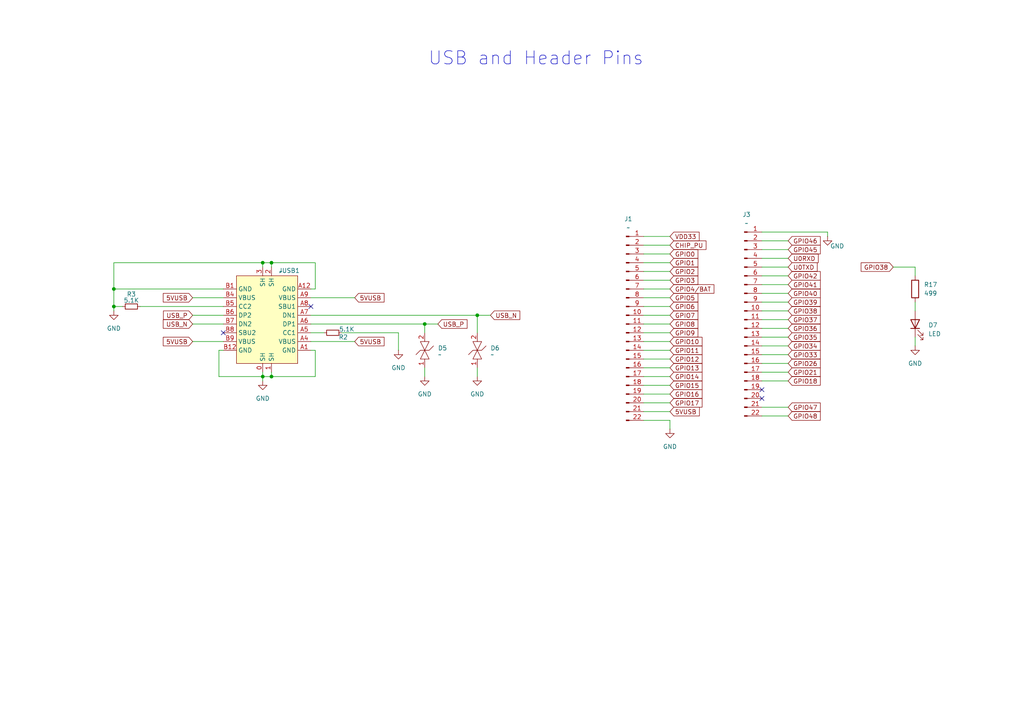
<source format=kicad_sch>
(kicad_sch
	(version 20250114)
	(generator "eeschema")
	(generator_version "9.0")
	(uuid "9e4c4b4c-153e-48a1-a857-987ab4c15ab9")
	(paper "A4")
	(lib_symbols
		(symbol "Connector:Conn_01x22_Pin"
			(pin_names
				(offset 1.016)
				(hide yes)
			)
			(exclude_from_sim no)
			(in_bom yes)
			(on_board yes)
			(property "Reference" "J"
				(at 0 27.94 0)
				(effects
					(font
						(size 1.27 1.27)
					)
				)
			)
			(property "Value" "Conn_01x22_Pin"
				(at 0 -30.48 0)
				(effects
					(font
						(size 1.27 1.27)
					)
				)
			)
			(property "Footprint" ""
				(at 0 0 0)
				(effects
					(font
						(size 1.27 1.27)
					)
					(hide yes)
				)
			)
			(property "Datasheet" "~"
				(at 0 0 0)
				(effects
					(font
						(size 1.27 1.27)
					)
					(hide yes)
				)
			)
			(property "Description" "Generic connector, single row, 01x22, script generated"
				(at 0 0 0)
				(effects
					(font
						(size 1.27 1.27)
					)
					(hide yes)
				)
			)
			(property "ki_locked" ""
				(at 0 0 0)
				(effects
					(font
						(size 1.27 1.27)
					)
				)
			)
			(property "ki_keywords" "connector"
				(at 0 0 0)
				(effects
					(font
						(size 1.27 1.27)
					)
					(hide yes)
				)
			)
			(property "ki_fp_filters" "Connector*:*_1x??_*"
				(at 0 0 0)
				(effects
					(font
						(size 1.27 1.27)
					)
					(hide yes)
				)
			)
			(symbol "Conn_01x22_Pin_1_1"
				(rectangle
					(start 0.8636 25.527)
					(end 0 25.273)
					(stroke
						(width 0.1524)
						(type default)
					)
					(fill
						(type outline)
					)
				)
				(rectangle
					(start 0.8636 22.987)
					(end 0 22.733)
					(stroke
						(width 0.1524)
						(type default)
					)
					(fill
						(type outline)
					)
				)
				(rectangle
					(start 0.8636 20.447)
					(end 0 20.193)
					(stroke
						(width 0.1524)
						(type default)
					)
					(fill
						(type outline)
					)
				)
				(rectangle
					(start 0.8636 17.907)
					(end 0 17.653)
					(stroke
						(width 0.1524)
						(type default)
					)
					(fill
						(type outline)
					)
				)
				(rectangle
					(start 0.8636 15.367)
					(end 0 15.113)
					(stroke
						(width 0.1524)
						(type default)
					)
					(fill
						(type outline)
					)
				)
				(rectangle
					(start 0.8636 12.827)
					(end 0 12.573)
					(stroke
						(width 0.1524)
						(type default)
					)
					(fill
						(type outline)
					)
				)
				(rectangle
					(start 0.8636 10.287)
					(end 0 10.033)
					(stroke
						(width 0.1524)
						(type default)
					)
					(fill
						(type outline)
					)
				)
				(rectangle
					(start 0.8636 7.747)
					(end 0 7.493)
					(stroke
						(width 0.1524)
						(type default)
					)
					(fill
						(type outline)
					)
				)
				(rectangle
					(start 0.8636 5.207)
					(end 0 4.953)
					(stroke
						(width 0.1524)
						(type default)
					)
					(fill
						(type outline)
					)
				)
				(rectangle
					(start 0.8636 2.667)
					(end 0 2.413)
					(stroke
						(width 0.1524)
						(type default)
					)
					(fill
						(type outline)
					)
				)
				(rectangle
					(start 0.8636 0.127)
					(end 0 -0.127)
					(stroke
						(width 0.1524)
						(type default)
					)
					(fill
						(type outline)
					)
				)
				(rectangle
					(start 0.8636 -2.413)
					(end 0 -2.667)
					(stroke
						(width 0.1524)
						(type default)
					)
					(fill
						(type outline)
					)
				)
				(rectangle
					(start 0.8636 -4.953)
					(end 0 -5.207)
					(stroke
						(width 0.1524)
						(type default)
					)
					(fill
						(type outline)
					)
				)
				(rectangle
					(start 0.8636 -7.493)
					(end 0 -7.747)
					(stroke
						(width 0.1524)
						(type default)
					)
					(fill
						(type outline)
					)
				)
				(rectangle
					(start 0.8636 -10.033)
					(end 0 -10.287)
					(stroke
						(width 0.1524)
						(type default)
					)
					(fill
						(type outline)
					)
				)
				(rectangle
					(start 0.8636 -12.573)
					(end 0 -12.827)
					(stroke
						(width 0.1524)
						(type default)
					)
					(fill
						(type outline)
					)
				)
				(rectangle
					(start 0.8636 -15.113)
					(end 0 -15.367)
					(stroke
						(width 0.1524)
						(type default)
					)
					(fill
						(type outline)
					)
				)
				(rectangle
					(start 0.8636 -17.653)
					(end 0 -17.907)
					(stroke
						(width 0.1524)
						(type default)
					)
					(fill
						(type outline)
					)
				)
				(rectangle
					(start 0.8636 -20.193)
					(end 0 -20.447)
					(stroke
						(width 0.1524)
						(type default)
					)
					(fill
						(type outline)
					)
				)
				(rectangle
					(start 0.8636 -22.733)
					(end 0 -22.987)
					(stroke
						(width 0.1524)
						(type default)
					)
					(fill
						(type outline)
					)
				)
				(rectangle
					(start 0.8636 -25.273)
					(end 0 -25.527)
					(stroke
						(width 0.1524)
						(type default)
					)
					(fill
						(type outline)
					)
				)
				(rectangle
					(start 0.8636 -27.813)
					(end 0 -28.067)
					(stroke
						(width 0.1524)
						(type default)
					)
					(fill
						(type outline)
					)
				)
				(polyline
					(pts
						(xy 1.27 25.4) (xy 0.8636 25.4)
					)
					(stroke
						(width 0.1524)
						(type default)
					)
					(fill
						(type none)
					)
				)
				(polyline
					(pts
						(xy 1.27 22.86) (xy 0.8636 22.86)
					)
					(stroke
						(width 0.1524)
						(type default)
					)
					(fill
						(type none)
					)
				)
				(polyline
					(pts
						(xy 1.27 20.32) (xy 0.8636 20.32)
					)
					(stroke
						(width 0.1524)
						(type default)
					)
					(fill
						(type none)
					)
				)
				(polyline
					(pts
						(xy 1.27 17.78) (xy 0.8636 17.78)
					)
					(stroke
						(width 0.1524)
						(type default)
					)
					(fill
						(type none)
					)
				)
				(polyline
					(pts
						(xy 1.27 15.24) (xy 0.8636 15.24)
					)
					(stroke
						(width 0.1524)
						(type default)
					)
					(fill
						(type none)
					)
				)
				(polyline
					(pts
						(xy 1.27 12.7) (xy 0.8636 12.7)
					)
					(stroke
						(width 0.1524)
						(type default)
					)
					(fill
						(type none)
					)
				)
				(polyline
					(pts
						(xy 1.27 10.16) (xy 0.8636 10.16)
					)
					(stroke
						(width 0.1524)
						(type default)
					)
					(fill
						(type none)
					)
				)
				(polyline
					(pts
						(xy 1.27 7.62) (xy 0.8636 7.62)
					)
					(stroke
						(width 0.1524)
						(type default)
					)
					(fill
						(type none)
					)
				)
				(polyline
					(pts
						(xy 1.27 5.08) (xy 0.8636 5.08)
					)
					(stroke
						(width 0.1524)
						(type default)
					)
					(fill
						(type none)
					)
				)
				(polyline
					(pts
						(xy 1.27 2.54) (xy 0.8636 2.54)
					)
					(stroke
						(width 0.1524)
						(type default)
					)
					(fill
						(type none)
					)
				)
				(polyline
					(pts
						(xy 1.27 0) (xy 0.8636 0)
					)
					(stroke
						(width 0.1524)
						(type default)
					)
					(fill
						(type none)
					)
				)
				(polyline
					(pts
						(xy 1.27 -2.54) (xy 0.8636 -2.54)
					)
					(stroke
						(width 0.1524)
						(type default)
					)
					(fill
						(type none)
					)
				)
				(polyline
					(pts
						(xy 1.27 -5.08) (xy 0.8636 -5.08)
					)
					(stroke
						(width 0.1524)
						(type default)
					)
					(fill
						(type none)
					)
				)
				(polyline
					(pts
						(xy 1.27 -7.62) (xy 0.8636 -7.62)
					)
					(stroke
						(width 0.1524)
						(type default)
					)
					(fill
						(type none)
					)
				)
				(polyline
					(pts
						(xy 1.27 -10.16) (xy 0.8636 -10.16)
					)
					(stroke
						(width 0.1524)
						(type default)
					)
					(fill
						(type none)
					)
				)
				(polyline
					(pts
						(xy 1.27 -12.7) (xy 0.8636 -12.7)
					)
					(stroke
						(width 0.1524)
						(type default)
					)
					(fill
						(type none)
					)
				)
				(polyline
					(pts
						(xy 1.27 -15.24) (xy 0.8636 -15.24)
					)
					(stroke
						(width 0.1524)
						(type default)
					)
					(fill
						(type none)
					)
				)
				(polyline
					(pts
						(xy 1.27 -17.78) (xy 0.8636 -17.78)
					)
					(stroke
						(width 0.1524)
						(type default)
					)
					(fill
						(type none)
					)
				)
				(polyline
					(pts
						(xy 1.27 -20.32) (xy 0.8636 -20.32)
					)
					(stroke
						(width 0.1524)
						(type default)
					)
					(fill
						(type none)
					)
				)
				(polyline
					(pts
						(xy 1.27 -22.86) (xy 0.8636 -22.86)
					)
					(stroke
						(width 0.1524)
						(type default)
					)
					(fill
						(type none)
					)
				)
				(polyline
					(pts
						(xy 1.27 -25.4) (xy 0.8636 -25.4)
					)
					(stroke
						(width 0.1524)
						(type default)
					)
					(fill
						(type none)
					)
				)
				(polyline
					(pts
						(xy 1.27 -27.94) (xy 0.8636 -27.94)
					)
					(stroke
						(width 0.1524)
						(type default)
					)
					(fill
						(type none)
					)
				)
				(pin passive line
					(at 5.08 25.4 180)
					(length 3.81)
					(name "Pin_1"
						(effects
							(font
								(size 1.27 1.27)
							)
						)
					)
					(number "1"
						(effects
							(font
								(size 1.27 1.27)
							)
						)
					)
				)
				(pin passive line
					(at 5.08 22.86 180)
					(length 3.81)
					(name "Pin_2"
						(effects
							(font
								(size 1.27 1.27)
							)
						)
					)
					(number "2"
						(effects
							(font
								(size 1.27 1.27)
							)
						)
					)
				)
				(pin passive line
					(at 5.08 20.32 180)
					(length 3.81)
					(name "Pin_3"
						(effects
							(font
								(size 1.27 1.27)
							)
						)
					)
					(number "3"
						(effects
							(font
								(size 1.27 1.27)
							)
						)
					)
				)
				(pin passive line
					(at 5.08 17.78 180)
					(length 3.81)
					(name "Pin_4"
						(effects
							(font
								(size 1.27 1.27)
							)
						)
					)
					(number "4"
						(effects
							(font
								(size 1.27 1.27)
							)
						)
					)
				)
				(pin passive line
					(at 5.08 15.24 180)
					(length 3.81)
					(name "Pin_5"
						(effects
							(font
								(size 1.27 1.27)
							)
						)
					)
					(number "5"
						(effects
							(font
								(size 1.27 1.27)
							)
						)
					)
				)
				(pin passive line
					(at 5.08 12.7 180)
					(length 3.81)
					(name "Pin_6"
						(effects
							(font
								(size 1.27 1.27)
							)
						)
					)
					(number "6"
						(effects
							(font
								(size 1.27 1.27)
							)
						)
					)
				)
				(pin passive line
					(at 5.08 10.16 180)
					(length 3.81)
					(name "Pin_7"
						(effects
							(font
								(size 1.27 1.27)
							)
						)
					)
					(number "7"
						(effects
							(font
								(size 1.27 1.27)
							)
						)
					)
				)
				(pin passive line
					(at 5.08 7.62 180)
					(length 3.81)
					(name "Pin_8"
						(effects
							(font
								(size 1.27 1.27)
							)
						)
					)
					(number "8"
						(effects
							(font
								(size 1.27 1.27)
							)
						)
					)
				)
				(pin passive line
					(at 5.08 5.08 180)
					(length 3.81)
					(name "Pin_9"
						(effects
							(font
								(size 1.27 1.27)
							)
						)
					)
					(number "9"
						(effects
							(font
								(size 1.27 1.27)
							)
						)
					)
				)
				(pin passive line
					(at 5.08 2.54 180)
					(length 3.81)
					(name "Pin_10"
						(effects
							(font
								(size 1.27 1.27)
							)
						)
					)
					(number "10"
						(effects
							(font
								(size 1.27 1.27)
							)
						)
					)
				)
				(pin passive line
					(at 5.08 0 180)
					(length 3.81)
					(name "Pin_11"
						(effects
							(font
								(size 1.27 1.27)
							)
						)
					)
					(number "11"
						(effects
							(font
								(size 1.27 1.27)
							)
						)
					)
				)
				(pin passive line
					(at 5.08 -2.54 180)
					(length 3.81)
					(name "Pin_12"
						(effects
							(font
								(size 1.27 1.27)
							)
						)
					)
					(number "12"
						(effects
							(font
								(size 1.27 1.27)
							)
						)
					)
				)
				(pin passive line
					(at 5.08 -5.08 180)
					(length 3.81)
					(name "Pin_13"
						(effects
							(font
								(size 1.27 1.27)
							)
						)
					)
					(number "13"
						(effects
							(font
								(size 1.27 1.27)
							)
						)
					)
				)
				(pin passive line
					(at 5.08 -7.62 180)
					(length 3.81)
					(name "Pin_14"
						(effects
							(font
								(size 1.27 1.27)
							)
						)
					)
					(number "14"
						(effects
							(font
								(size 1.27 1.27)
							)
						)
					)
				)
				(pin passive line
					(at 5.08 -10.16 180)
					(length 3.81)
					(name "Pin_15"
						(effects
							(font
								(size 1.27 1.27)
							)
						)
					)
					(number "15"
						(effects
							(font
								(size 1.27 1.27)
							)
						)
					)
				)
				(pin passive line
					(at 5.08 -12.7 180)
					(length 3.81)
					(name "Pin_16"
						(effects
							(font
								(size 1.27 1.27)
							)
						)
					)
					(number "16"
						(effects
							(font
								(size 1.27 1.27)
							)
						)
					)
				)
				(pin passive line
					(at 5.08 -15.24 180)
					(length 3.81)
					(name "Pin_17"
						(effects
							(font
								(size 1.27 1.27)
							)
						)
					)
					(number "17"
						(effects
							(font
								(size 1.27 1.27)
							)
						)
					)
				)
				(pin passive line
					(at 5.08 -17.78 180)
					(length 3.81)
					(name "Pin_18"
						(effects
							(font
								(size 1.27 1.27)
							)
						)
					)
					(number "18"
						(effects
							(font
								(size 1.27 1.27)
							)
						)
					)
				)
				(pin passive line
					(at 5.08 -20.32 180)
					(length 3.81)
					(name "Pin_19"
						(effects
							(font
								(size 1.27 1.27)
							)
						)
					)
					(number "19"
						(effects
							(font
								(size 1.27 1.27)
							)
						)
					)
				)
				(pin passive line
					(at 5.08 -22.86 180)
					(length 3.81)
					(name "Pin_20"
						(effects
							(font
								(size 1.27 1.27)
							)
						)
					)
					(number "20"
						(effects
							(font
								(size 1.27 1.27)
							)
						)
					)
				)
				(pin passive line
					(at 5.08 -25.4 180)
					(length 3.81)
					(name "Pin_21"
						(effects
							(font
								(size 1.27 1.27)
							)
						)
					)
					(number "21"
						(effects
							(font
								(size 1.27 1.27)
							)
						)
					)
				)
				(pin passive line
					(at 5.08 -27.94 180)
					(length 3.81)
					(name "Pin_22"
						(effects
							(font
								(size 1.27 1.27)
							)
						)
					)
					(number "22"
						(effects
							(font
								(size 1.27 1.27)
							)
						)
					)
				)
			)
			(embedded_fonts no)
		)
		(symbol "Connector:USB_TYPE_C018"
			(exclude_from_sim no)
			(in_bom yes)
			(on_board yes)
			(property "Reference" "JUSB"
				(at 0 0 0)
				(effects
					(font
						(size 1.27 1.27)
					)
				)
			)
			(property "Value" ""
				(at 0 0 0)
				(effects
					(font
						(size 1.27 1.27)
					)
				)
			)
			(property "Footprint" ""
				(at 0 0 0)
				(effects
					(font
						(size 1.27 1.27)
					)
					(hide yes)
				)
			)
			(property "Datasheet" ""
				(at 0 0 0)
				(effects
					(font
						(size 1.27 1.27)
					)
					(hide yes)
				)
			)
			(property "Description" ""
				(at 0 0 0)
				(effects
					(font
						(size 1.27 1.27)
					)
					(hide yes)
				)
			)
			(symbol "USB_TYPE_C018_1_1"
				(rectangle
					(start -8.8899 13.97)
					(end 8.8899 -11.43)
					(stroke
						(width 0)
						(type solid)
					)
					(fill
						(type color)
						(color 255 255 194 1)
					)
				)
				(pin passive line
					(at -12.7 10.16 0)
					(length 3.81)
					(name "GND"
						(effects
							(font
								(size 1.27 1.27)
							)
						)
					)
					(number "B1"
						(effects
							(font
								(size 1.27 1.27)
							)
						)
					)
				)
				(pin passive line
					(at -12.7 7.62 0)
					(length 3.81)
					(name "VBUS"
						(effects
							(font
								(size 1.27 1.27)
							)
						)
					)
					(number "B4"
						(effects
							(font
								(size 1.27 1.27)
							)
						)
					)
				)
				(pin bidirectional line
					(at -12.7 5.08 0)
					(length 3.81)
					(name "CC2"
						(effects
							(font
								(size 1.27 1.27)
							)
						)
					)
					(number "B5"
						(effects
							(font
								(size 1.27 1.27)
							)
						)
					)
				)
				(pin bidirectional line
					(at -12.7 2.54 0)
					(length 3.81)
					(name "DP2"
						(effects
							(font
								(size 1.27 1.27)
							)
						)
					)
					(number "B6"
						(effects
							(font
								(size 1.27 1.27)
							)
						)
					)
				)
				(pin bidirectional line
					(at -12.7 0 0)
					(length 3.81)
					(name "DN2"
						(effects
							(font
								(size 1.27 1.27)
							)
						)
					)
					(number "B7"
						(effects
							(font
								(size 1.27 1.27)
							)
						)
					)
				)
				(pin bidirectional line
					(at -12.7 -2.54 0)
					(length 3.81)
					(name "SBU2"
						(effects
							(font
								(size 1.27 1.27)
							)
						)
					)
					(number "B8"
						(effects
							(font
								(size 1.27 1.27)
							)
						)
					)
				)
				(pin passive line
					(at -12.7 -5.08 0)
					(length 3.81)
					(name "VBUS"
						(effects
							(font
								(size 1.27 1.27)
							)
						)
					)
					(number "B9"
						(effects
							(font
								(size 1.27 1.27)
							)
						)
					)
				)
				(pin passive line
					(at -12.7 -7.62 0)
					(length 3.81)
					(name "GND"
						(effects
							(font
								(size 1.27 1.27)
							)
						)
					)
					(number "B12"
						(effects
							(font
								(size 1.27 1.27)
							)
						)
					)
				)
				(pin passive line
					(at -1.27 16.51 270)
					(length 2.54)
					(name "SH"
						(effects
							(font
								(size 1.27 1.27)
							)
						)
					)
					(number "3"
						(effects
							(font
								(size 1.27 1.27)
							)
						)
					)
				)
				(pin passive line
					(at -1.27 -13.97 90)
					(length 2.54)
					(name "SH"
						(effects
							(font
								(size 1.27 1.27)
							)
						)
					)
					(number "0"
						(effects
							(font
								(size 1.27 1.27)
							)
						)
					)
				)
				(pin passive line
					(at 1.27 16.51 270)
					(length 2.54)
					(name "SH"
						(effects
							(font
								(size 1.27 1.27)
							)
						)
					)
					(number "2"
						(effects
							(font
								(size 1.27 1.27)
							)
						)
					)
				)
				(pin passive line
					(at 1.27 -13.97 90)
					(length 2.54)
					(name "SH"
						(effects
							(font
								(size 1.27 1.27)
							)
						)
					)
					(number "1"
						(effects
							(font
								(size 1.27 1.27)
							)
						)
					)
				)
				(pin passive line
					(at 12.7 10.16 180)
					(length 3.81)
					(name "GND"
						(effects
							(font
								(size 1.27 1.27)
							)
						)
					)
					(number "A12"
						(effects
							(font
								(size 1.27 1.27)
							)
						)
					)
				)
				(pin passive line
					(at 12.7 7.62 180)
					(length 3.81)
					(name "VBUS"
						(effects
							(font
								(size 1.27 1.27)
							)
						)
					)
					(number "A9"
						(effects
							(font
								(size 1.27 1.27)
							)
						)
					)
				)
				(pin bidirectional line
					(at 12.7 5.08 180)
					(length 3.81)
					(name "SBU1"
						(effects
							(font
								(size 1.27 1.27)
							)
						)
					)
					(number "A8"
						(effects
							(font
								(size 1.27 1.27)
							)
						)
					)
				)
				(pin bidirectional line
					(at 12.7 2.54 180)
					(length 3.81)
					(name "DN1"
						(effects
							(font
								(size 1.27 1.27)
							)
						)
					)
					(number "A7"
						(effects
							(font
								(size 1.27 1.27)
							)
						)
					)
				)
				(pin bidirectional line
					(at 12.7 0 180)
					(length 3.81)
					(name "DP1"
						(effects
							(font
								(size 1.27 1.27)
							)
						)
					)
					(number "A6"
						(effects
							(font
								(size 1.27 1.27)
							)
						)
					)
				)
				(pin bidirectional line
					(at 12.7 -2.54 180)
					(length 3.81)
					(name "CC1"
						(effects
							(font
								(size 1.27 1.27)
							)
						)
					)
					(number "A5"
						(effects
							(font
								(size 1.27 1.27)
							)
						)
					)
				)
				(pin passive line
					(at 12.7 -5.08 180)
					(length 3.81)
					(name "VBUS"
						(effects
							(font
								(size 1.27 1.27)
							)
						)
					)
					(number "A4"
						(effects
							(font
								(size 1.27 1.27)
							)
						)
					)
				)
				(pin passive line
					(at 12.7 -7.62 180)
					(length 3.81)
					(name "GND"
						(effects
							(font
								(size 1.27 1.27)
							)
						)
					)
					(number "A1"
						(effects
							(font
								(size 1.27 1.27)
							)
						)
					)
				)
			)
			(embedded_fonts no)
		)
		(symbol "Device:LED"
			(pin_numbers
				(hide yes)
			)
			(pin_names
				(offset 1.016)
				(hide yes)
			)
			(exclude_from_sim no)
			(in_bom yes)
			(on_board yes)
			(property "Reference" "D"
				(at 0 2.54 0)
				(effects
					(font
						(size 1.27 1.27)
					)
				)
			)
			(property "Value" "LED"
				(at 0 -2.54 0)
				(effects
					(font
						(size 1.27 1.27)
					)
				)
			)
			(property "Footprint" ""
				(at 0 0 0)
				(effects
					(font
						(size 1.27 1.27)
					)
					(hide yes)
				)
			)
			(property "Datasheet" "~"
				(at 0 0 0)
				(effects
					(font
						(size 1.27 1.27)
					)
					(hide yes)
				)
			)
			(property "Description" "Light emitting diode"
				(at 0 0 0)
				(effects
					(font
						(size 1.27 1.27)
					)
					(hide yes)
				)
			)
			(property "Sim.Pins" "1=K 2=A"
				(at 0 0 0)
				(effects
					(font
						(size 1.27 1.27)
					)
					(hide yes)
				)
			)
			(property "ki_keywords" "LED diode"
				(at 0 0 0)
				(effects
					(font
						(size 1.27 1.27)
					)
					(hide yes)
				)
			)
			(property "ki_fp_filters" "LED* LED_SMD:* LED_THT:*"
				(at 0 0 0)
				(effects
					(font
						(size 1.27 1.27)
					)
					(hide yes)
				)
			)
			(symbol "LED_0_1"
				(polyline
					(pts
						(xy -3.048 -0.762) (xy -4.572 -2.286) (xy -3.81 -2.286) (xy -4.572 -2.286) (xy -4.572 -1.524)
					)
					(stroke
						(width 0)
						(type default)
					)
					(fill
						(type none)
					)
				)
				(polyline
					(pts
						(xy -1.778 -0.762) (xy -3.302 -2.286) (xy -2.54 -2.286) (xy -3.302 -2.286) (xy -3.302 -1.524)
					)
					(stroke
						(width 0)
						(type default)
					)
					(fill
						(type none)
					)
				)
				(polyline
					(pts
						(xy -1.27 0) (xy 1.27 0)
					)
					(stroke
						(width 0)
						(type default)
					)
					(fill
						(type none)
					)
				)
				(polyline
					(pts
						(xy -1.27 -1.27) (xy -1.27 1.27)
					)
					(stroke
						(width 0.254)
						(type default)
					)
					(fill
						(type none)
					)
				)
				(polyline
					(pts
						(xy 1.27 -1.27) (xy 1.27 1.27) (xy -1.27 0) (xy 1.27 -1.27)
					)
					(stroke
						(width 0.254)
						(type default)
					)
					(fill
						(type none)
					)
				)
			)
			(symbol "LED_1_1"
				(pin passive line
					(at -3.81 0 0)
					(length 2.54)
					(name "K"
						(effects
							(font
								(size 1.27 1.27)
							)
						)
					)
					(number "1"
						(effects
							(font
								(size 1.27 1.27)
							)
						)
					)
				)
				(pin passive line
					(at 3.81 0 180)
					(length 2.54)
					(name "A"
						(effects
							(font
								(size 1.27 1.27)
							)
						)
					)
					(number "2"
						(effects
							(font
								(size 1.27 1.27)
							)
						)
					)
				)
			)
			(embedded_fonts no)
		)
		(symbol "Device:R"
			(pin_numbers
				(hide yes)
			)
			(pin_names
				(offset 0)
			)
			(exclude_from_sim no)
			(in_bom yes)
			(on_board yes)
			(property "Reference" "R"
				(at 2.032 0 90)
				(effects
					(font
						(size 1.27 1.27)
					)
				)
			)
			(property "Value" "R"
				(at 0 0 90)
				(effects
					(font
						(size 1.27 1.27)
					)
				)
			)
			(property "Footprint" ""
				(at -1.778 0 90)
				(effects
					(font
						(size 1.27 1.27)
					)
					(hide yes)
				)
			)
			(property "Datasheet" "~"
				(at 0 0 0)
				(effects
					(font
						(size 1.27 1.27)
					)
					(hide yes)
				)
			)
			(property "Description" "Resistor"
				(at 0 0 0)
				(effects
					(font
						(size 1.27 1.27)
					)
					(hide yes)
				)
			)
			(property "ki_keywords" "R res resistor"
				(at 0 0 0)
				(effects
					(font
						(size 1.27 1.27)
					)
					(hide yes)
				)
			)
			(property "ki_fp_filters" "R_*"
				(at 0 0 0)
				(effects
					(font
						(size 1.27 1.27)
					)
					(hide yes)
				)
			)
			(symbol "R_0_1"
				(rectangle
					(start -1.016 -2.54)
					(end 1.016 2.54)
					(stroke
						(width 0.254)
						(type default)
					)
					(fill
						(type none)
					)
				)
			)
			(symbol "R_1_1"
				(pin passive line
					(at 0 3.81 270)
					(length 1.27)
					(name "~"
						(effects
							(font
								(size 1.27 1.27)
							)
						)
					)
					(number "1"
						(effects
							(font
								(size 1.27 1.27)
							)
						)
					)
				)
				(pin passive line
					(at 0 -3.81 90)
					(length 1.27)
					(name "~"
						(effects
							(font
								(size 1.27 1.27)
							)
						)
					)
					(number "2"
						(effects
							(font
								(size 1.27 1.27)
							)
						)
					)
				)
			)
			(embedded_fonts no)
		)
		(symbol "Device:R_Small"
			(pin_numbers
				(hide yes)
			)
			(pin_names
				(offset 0.254)
				(hide yes)
			)
			(exclude_from_sim no)
			(in_bom yes)
			(on_board yes)
			(property "Reference" "R"
				(at 0.762 0.508 0)
				(effects
					(font
						(size 1.27 1.27)
					)
					(justify left)
				)
			)
			(property "Value" "R_Small"
				(at 0.762 -1.016 0)
				(effects
					(font
						(size 1.27 1.27)
					)
					(justify left)
				)
			)
			(property "Footprint" ""
				(at 0 0 0)
				(effects
					(font
						(size 1.27 1.27)
					)
					(hide yes)
				)
			)
			(property "Datasheet" "~"
				(at 0 0 0)
				(effects
					(font
						(size 1.27 1.27)
					)
					(hide yes)
				)
			)
			(property "Description" "Resistor, small symbol"
				(at 0 0 0)
				(effects
					(font
						(size 1.27 1.27)
					)
					(hide yes)
				)
			)
			(property "ki_keywords" "R resistor"
				(at 0 0 0)
				(effects
					(font
						(size 1.27 1.27)
					)
					(hide yes)
				)
			)
			(property "ki_fp_filters" "R_*"
				(at 0 0 0)
				(effects
					(font
						(size 1.27 1.27)
					)
					(hide yes)
				)
			)
			(symbol "R_Small_0_1"
				(rectangle
					(start -0.762 1.778)
					(end 0.762 -1.778)
					(stroke
						(width 0.2032)
						(type default)
					)
					(fill
						(type none)
					)
				)
			)
			(symbol "R_Small_1_1"
				(pin passive line
					(at 0 2.54 270)
					(length 0.762)
					(name "~"
						(effects
							(font
								(size 1.27 1.27)
							)
						)
					)
					(number "1"
						(effects
							(font
								(size 1.27 1.27)
							)
						)
					)
				)
				(pin passive line
					(at 0 -2.54 90)
					(length 0.762)
					(name "~"
						(effects
							(font
								(size 1.27 1.27)
							)
						)
					)
					(number "2"
						(effects
							(font
								(size 1.27 1.27)
							)
						)
					)
				)
			)
			(embedded_fonts no)
		)
		(symbol "H5VL10B_1"
			(exclude_from_sim no)
			(in_bom yes)
			(on_board yes)
			(property "Reference" "D"
				(at 3.81 3.556 0)
				(effects
					(font
						(size 1.27 1.27)
					)
				)
			)
			(property "Value" ""
				(at 0 0 0)
				(effects
					(font
						(size 1.27 1.27)
					)
				)
			)
			(property "Footprint" ""
				(at 0 0 0)
				(effects
					(font
						(size 1.27 1.27)
					)
					(hide yes)
				)
			)
			(property "Datasheet" ""
				(at 0 0 0)
				(effects
					(font
						(size 1.27 1.27)
					)
					(hide yes)
				)
			)
			(property "Description" ""
				(at 0 0 0)
				(effects
					(font
						(size 1.27 1.27)
					)
					(hide yes)
				)
			)
			(symbol "H5VL10B_1_0_1"
				(polyline
					(pts
						(xy 1.27 2.54) (xy 2.54 1.27) (xy 2.54 -1.27) (xy 3.81 -2.54)
					)
					(stroke
						(width 0)
						(type default)
					)
					(fill
						(type none)
					)
				)
				(polyline
					(pts
						(xy 2.54 0) (xy 0 1.27) (xy 0 -1.27) (xy 2.54 0)
					)
					(stroke
						(width 0)
						(type default)
					)
					(fill
						(type none)
					)
				)
				(polyline
					(pts
						(xy 2.54 0) (xy 5.08 1.27) (xy 5.08 -1.27) (xy 2.54 0)
					)
					(stroke
						(width 0)
						(type default)
					)
					(fill
						(type none)
					)
				)
			)
			(symbol "H5VL10B_1_1_1"
				(pin passive line
					(at -2.54 0 0)
					(length 2.54)
					(name ""
						(effects
							(font
								(size 1.27 1.27)
							)
						)
					)
					(number "1"
						(effects
							(font
								(size 1.27 1.27)
							)
						)
					)
				)
				(pin passive line
					(at 7.62 0 180)
					(length 2.54)
					(name ""
						(effects
							(font
								(size 1.27 1.27)
							)
						)
					)
					(number "2"
						(effects
							(font
								(size 1.27 1.27)
							)
						)
					)
				)
			)
			(embedded_fonts no)
		)
		(symbol "power:GND"
			(power)
			(pin_numbers
				(hide yes)
			)
			(pin_names
				(offset 0)
				(hide yes)
			)
			(exclude_from_sim no)
			(in_bom yes)
			(on_board yes)
			(property "Reference" "#PWR"
				(at 0 -6.35 0)
				(effects
					(font
						(size 1.27 1.27)
					)
					(hide yes)
				)
			)
			(property "Value" "GND"
				(at 0 -3.81 0)
				(effects
					(font
						(size 1.27 1.27)
					)
				)
			)
			(property "Footprint" ""
				(at 0 0 0)
				(effects
					(font
						(size 1.27 1.27)
					)
					(hide yes)
				)
			)
			(property "Datasheet" ""
				(at 0 0 0)
				(effects
					(font
						(size 1.27 1.27)
					)
					(hide yes)
				)
			)
			(property "Description" "Power symbol creates a global label with name \"GND\" , ground"
				(at 0 0 0)
				(effects
					(font
						(size 1.27 1.27)
					)
					(hide yes)
				)
			)
			(property "ki_keywords" "global power"
				(at 0 0 0)
				(effects
					(font
						(size 1.27 1.27)
					)
					(hide yes)
				)
			)
			(symbol "GND_0_1"
				(polyline
					(pts
						(xy 0 0) (xy 0 -1.27) (xy 1.27 -1.27) (xy 0 -2.54) (xy -1.27 -1.27) (xy 0 -1.27)
					)
					(stroke
						(width 0)
						(type default)
					)
					(fill
						(type none)
					)
				)
			)
			(symbol "GND_1_1"
				(pin power_in line
					(at 0 0 270)
					(length 0)
					(name "~"
						(effects
							(font
								(size 1.27 1.27)
							)
						)
					)
					(number "1"
						(effects
							(font
								(size 1.27 1.27)
							)
						)
					)
				)
			)
			(embedded_fonts no)
		)
	)
	(text "USB and Header Pins"
		(exclude_from_sim no)
		(at 155.448 17.018 0)
		(effects
			(font
				(size 3.81 3.81)
			)
		)
		(uuid "87f923a8-38dd-402c-abe9-82c2fac58caa")
	)
	(junction
		(at 78.74 76.2)
		(diameter 0)
		(color 0 0 0 0)
		(uuid "11331dc5-c186-424b-8b16-8164e14266ad")
	)
	(junction
		(at 33.02 88.9)
		(diameter 0)
		(color 0 0 0 0)
		(uuid "3b398f2f-5f4f-4a65-9a36-55d22d3a949e")
	)
	(junction
		(at 138.43 91.44)
		(diameter 0)
		(color 0 0 0 0)
		(uuid "52248a98-b0f1-4b9e-a88a-84b917d99d8f")
	)
	(junction
		(at 123.19 93.98)
		(diameter 0)
		(color 0 0 0 0)
		(uuid "60b663ee-2c72-4d92-9bda-618604c8baa6")
	)
	(junction
		(at 76.2 109.22)
		(diameter 0)
		(color 0 0 0 0)
		(uuid "72e52022-0d19-41ec-a73f-35b09fb04eb4")
	)
	(junction
		(at 76.2 76.2)
		(diameter 0)
		(color 0 0 0 0)
		(uuid "be116c7e-c59e-4ad5-bf2a-2f785329dd91")
	)
	(junction
		(at 78.74 109.22)
		(diameter 0)
		(color 0 0 0 0)
		(uuid "d241d09c-50ba-4d7d-98fa-ab16ca3024f9")
	)
	(junction
		(at 33.02 83.82)
		(diameter 0)
		(color 0 0 0 0)
		(uuid "ea6a48a8-44f8-46c8-bac8-c6f38322aed2")
	)
	(no_connect
		(at 220.98 113.03)
		(uuid "89476ce0-3381-4dc8-9b34-43149560bb9f")
	)
	(no_connect
		(at 64.77 96.52)
		(uuid "a28a9052-0ef2-41ae-be56-5875132e215a")
	)
	(no_connect
		(at 90.17 88.9)
		(uuid "d9ead99a-524e-4af8-9cc9-4c537f0df522")
	)
	(no_connect
		(at 220.98 115.57)
		(uuid "fd83ecff-b35e-4f48-ad84-03919b5be9ca")
	)
	(wire
		(pts
			(xy 186.69 109.22) (xy 194.31 109.22)
		)
		(stroke
			(width 0)
			(type default)
		)
		(uuid "02cdd1d8-aeab-4d4c-bcb5-a47c2b80be83")
	)
	(wire
		(pts
			(xy 123.19 93.98) (xy 123.19 96.52)
		)
		(stroke
			(width 0)
			(type default)
		)
		(uuid "032459d5-e30c-4f27-8ad8-3d040b3f0dd3")
	)
	(wire
		(pts
			(xy 186.69 111.76) (xy 194.31 111.76)
		)
		(stroke
			(width 0)
			(type default)
		)
		(uuid "0660d76c-cbe2-4143-82a1-27b70b415e98")
	)
	(wire
		(pts
			(xy 55.88 91.44) (xy 64.77 91.44)
		)
		(stroke
			(width 0)
			(type default)
		)
		(uuid "0850e11a-6772-4033-be9a-c2cb195bd766")
	)
	(wire
		(pts
			(xy 186.69 114.3) (xy 194.31 114.3)
		)
		(stroke
			(width 0)
			(type default)
		)
		(uuid "0c1f85e4-ee87-43e3-803f-752d858278b2")
	)
	(wire
		(pts
			(xy 33.02 76.2) (xy 76.2 76.2)
		)
		(stroke
			(width 0)
			(type default)
		)
		(uuid "0c4b7562-3204-4af3-b2a4-2e907d376837")
	)
	(wire
		(pts
			(xy 220.98 102.87) (xy 228.6 102.87)
		)
		(stroke
			(width 0)
			(type default)
		)
		(uuid "13507fb0-71a3-414d-a296-dd9f82aa116f")
	)
	(wire
		(pts
			(xy 194.31 121.92) (xy 194.31 124.46)
		)
		(stroke
			(width 0)
			(type default)
		)
		(uuid "17eaf8b3-9995-4496-ab50-623ea0f6923b")
	)
	(wire
		(pts
			(xy 33.02 76.2) (xy 33.02 83.82)
		)
		(stroke
			(width 0)
			(type default)
		)
		(uuid "1a387e80-c37d-4194-808d-57070ce15a80")
	)
	(wire
		(pts
			(xy 186.69 91.44) (xy 194.31 91.44)
		)
		(stroke
			(width 0)
			(type default)
		)
		(uuid "1e7a40f0-4b26-477c-aa33-3f88533ce7d3")
	)
	(wire
		(pts
			(xy 90.17 93.98) (xy 123.19 93.98)
		)
		(stroke
			(width 0)
			(type default)
		)
		(uuid "215ccd96-3619-43ba-887a-861fdd7eeea4")
	)
	(wire
		(pts
			(xy 240.03 67.31) (xy 240.03 68.58)
		)
		(stroke
			(width 0)
			(type default)
		)
		(uuid "218c3613-c271-4871-8ca8-4853d34aac7b")
	)
	(wire
		(pts
			(xy 138.43 91.44) (xy 142.24 91.44)
		)
		(stroke
			(width 0)
			(type default)
		)
		(uuid "25e2cd51-08fd-42d4-969b-0a569285036f")
	)
	(wire
		(pts
			(xy 91.44 101.6) (xy 91.44 109.22)
		)
		(stroke
			(width 0)
			(type default)
		)
		(uuid "261eb9d9-5767-4a5c-a41b-a64b7bd35649")
	)
	(wire
		(pts
			(xy 220.98 80.01) (xy 228.6 80.01)
		)
		(stroke
			(width 0)
			(type default)
		)
		(uuid "2838ea9d-848b-4ee9-8aba-062b7e8a680f")
	)
	(wire
		(pts
			(xy 115.57 96.52) (xy 115.57 101.6)
		)
		(stroke
			(width 0)
			(type default)
		)
		(uuid "28edd556-1e0f-495a-a1da-50c5e2f80de1")
	)
	(wire
		(pts
			(xy 123.19 93.98) (xy 127 93.98)
		)
		(stroke
			(width 0)
			(type default)
		)
		(uuid "2a548918-cacc-4916-9f43-10a6013247ac")
	)
	(wire
		(pts
			(xy 220.98 69.85) (xy 228.6 69.85)
		)
		(stroke
			(width 0)
			(type default)
		)
		(uuid "2b69ffa9-fd3a-485b-a900-ad7a2b031e49")
	)
	(wire
		(pts
			(xy 220.98 72.39) (xy 228.6 72.39)
		)
		(stroke
			(width 0)
			(type default)
		)
		(uuid "2f7c8ea8-bb26-4a09-a4f8-75f44d06649d")
	)
	(wire
		(pts
			(xy 220.98 107.95) (xy 228.6 107.95)
		)
		(stroke
			(width 0)
			(type default)
		)
		(uuid "2ff6a3d1-b033-4136-aeaa-4a00bb380028")
	)
	(wire
		(pts
			(xy 90.17 96.52) (xy 93.98 96.52)
		)
		(stroke
			(width 0)
			(type default)
		)
		(uuid "3517c8c7-d925-4860-a936-3342f70eea61")
	)
	(wire
		(pts
			(xy 220.98 74.93) (xy 228.6 74.93)
		)
		(stroke
			(width 0)
			(type default)
		)
		(uuid "36ad2aaa-0f0a-458c-8274-404a1fd5203b")
	)
	(wire
		(pts
			(xy 76.2 109.22) (xy 78.74 109.22)
		)
		(stroke
			(width 0)
			(type default)
		)
		(uuid "38e8af15-92e3-4811-86a0-6f9091da1415")
	)
	(wire
		(pts
			(xy 90.17 83.82) (xy 91.44 83.82)
		)
		(stroke
			(width 0)
			(type default)
		)
		(uuid "39229ead-eea1-4840-9912-174dcd326ec5")
	)
	(wire
		(pts
			(xy 186.69 121.92) (xy 194.31 121.92)
		)
		(stroke
			(width 0)
			(type default)
		)
		(uuid "39aa7fd9-eccd-4b77-ad2d-f9383ae0f56f")
	)
	(wire
		(pts
			(xy 186.69 99.06) (xy 194.31 99.06)
		)
		(stroke
			(width 0)
			(type default)
		)
		(uuid "3da8d9fa-807f-437f-92a1-e1c8bc3b73be")
	)
	(wire
		(pts
			(xy 186.69 116.84) (xy 194.31 116.84)
		)
		(stroke
			(width 0)
			(type default)
		)
		(uuid "4317354f-963c-44b2-b291-388e03c9d9d4")
	)
	(wire
		(pts
			(xy 220.98 67.31) (xy 240.03 67.31)
		)
		(stroke
			(width 0)
			(type default)
		)
		(uuid "44fcb215-2db1-46f0-9de7-6b29c287e549")
	)
	(wire
		(pts
			(xy 90.17 86.36) (xy 102.87 86.36)
		)
		(stroke
			(width 0)
			(type default)
		)
		(uuid "47efa916-5584-4792-a03e-f7f323324df4")
	)
	(wire
		(pts
			(xy 91.44 109.22) (xy 78.74 109.22)
		)
		(stroke
			(width 0)
			(type default)
		)
		(uuid "48a5a6ab-b314-46c3-84bc-27dd20a7eb5c")
	)
	(wire
		(pts
			(xy 63.5 101.6) (xy 63.5 109.22)
		)
		(stroke
			(width 0)
			(type default)
		)
		(uuid "4acad497-71a1-4e4f-b4fd-ceb35b9246e3")
	)
	(wire
		(pts
			(xy 265.43 77.47) (xy 265.43 80.01)
		)
		(stroke
			(width 0)
			(type default)
		)
		(uuid "4ca29727-706a-462a-9eed-202f05f72490")
	)
	(wire
		(pts
			(xy 186.69 86.36) (xy 194.31 86.36)
		)
		(stroke
			(width 0)
			(type default)
		)
		(uuid "4f14b628-762d-416b-a0f1-b1addef555bf")
	)
	(wire
		(pts
			(xy 76.2 107.95) (xy 76.2 109.22)
		)
		(stroke
			(width 0)
			(type default)
		)
		(uuid "53a9eff3-90e1-4a27-a83f-990b708bb0b3")
	)
	(wire
		(pts
			(xy 186.69 76.2) (xy 194.31 76.2)
		)
		(stroke
			(width 0)
			(type default)
		)
		(uuid "59c2415e-a64f-42ae-a19c-230787e8b5c6")
	)
	(wire
		(pts
			(xy 220.98 90.17) (xy 228.6 90.17)
		)
		(stroke
			(width 0)
			(type default)
		)
		(uuid "5da28218-b675-4364-8432-412b6ed8b8b1")
	)
	(wire
		(pts
			(xy 186.69 73.66) (xy 194.31 73.66)
		)
		(stroke
			(width 0)
			(type default)
		)
		(uuid "5f144a1d-84e2-46e9-8764-3fe3f3231129")
	)
	(wire
		(pts
			(xy 40.64 88.9) (xy 64.77 88.9)
		)
		(stroke
			(width 0)
			(type default)
		)
		(uuid "632a6702-1a93-4b90-955b-ab342a3d5996")
	)
	(wire
		(pts
			(xy 123.19 106.68) (xy 123.19 109.22)
		)
		(stroke
			(width 0)
			(type default)
		)
		(uuid "64248060-f9b1-4f72-b796-d0d8175d0695")
	)
	(wire
		(pts
			(xy 186.69 106.68) (xy 194.31 106.68)
		)
		(stroke
			(width 0)
			(type default)
		)
		(uuid "69c07235-c59a-49ee-91b4-801149de0e0f")
	)
	(wire
		(pts
			(xy 55.88 99.06) (xy 64.77 99.06)
		)
		(stroke
			(width 0)
			(type default)
		)
		(uuid "6b4c5f65-c9df-4a00-a9ec-a1b061159817")
	)
	(wire
		(pts
			(xy 220.98 110.49) (xy 228.6 110.49)
		)
		(stroke
			(width 0)
			(type default)
		)
		(uuid "6c273306-5339-4a38-8910-207009860939")
	)
	(wire
		(pts
			(xy 220.98 77.47) (xy 228.6 77.47)
		)
		(stroke
			(width 0)
			(type default)
		)
		(uuid "70f604c3-26ec-4c8d-a4f2-240bf34b3014")
	)
	(wire
		(pts
			(xy 186.69 81.28) (xy 194.31 81.28)
		)
		(stroke
			(width 0)
			(type default)
		)
		(uuid "735c7765-577c-4495-a419-deecebb9c784")
	)
	(wire
		(pts
			(xy 186.69 88.9) (xy 194.31 88.9)
		)
		(stroke
			(width 0)
			(type default)
		)
		(uuid "7b52a7c2-2871-4228-89f4-af007a8bc50e")
	)
	(wire
		(pts
			(xy 55.88 86.36) (xy 64.77 86.36)
		)
		(stroke
			(width 0)
			(type default)
		)
		(uuid "7d9daeee-7fce-42b8-af46-367adc2aab2d")
	)
	(wire
		(pts
			(xy 138.43 106.68) (xy 138.43 109.22)
		)
		(stroke
			(width 0)
			(type default)
		)
		(uuid "7f9add29-57a3-4369-9a4d-a3dfdac03fe2")
	)
	(wire
		(pts
			(xy 91.44 83.82) (xy 91.44 76.2)
		)
		(stroke
			(width 0)
			(type default)
		)
		(uuid "8014a634-f49f-49eb-b61f-f13cba73df80")
	)
	(wire
		(pts
			(xy 90.17 101.6) (xy 91.44 101.6)
		)
		(stroke
			(width 0)
			(type default)
		)
		(uuid "825ca691-58ed-41af-8b61-ee4a37d44cbf")
	)
	(wire
		(pts
			(xy 220.98 87.63) (xy 228.6 87.63)
		)
		(stroke
			(width 0)
			(type default)
		)
		(uuid "8547a7ee-f7e1-4052-a14b-459809f05959")
	)
	(wire
		(pts
			(xy 76.2 77.47) (xy 76.2 76.2)
		)
		(stroke
			(width 0)
			(type default)
		)
		(uuid "868f7c5b-0f42-46ac-81e6-4da79979bbd0")
	)
	(wire
		(pts
			(xy 64.77 101.6) (xy 63.5 101.6)
		)
		(stroke
			(width 0)
			(type default)
		)
		(uuid "880dacad-b117-4fe4-bcb1-85ce8d0f3561")
	)
	(wire
		(pts
			(xy 186.69 71.12) (xy 194.31 71.12)
		)
		(stroke
			(width 0)
			(type default)
		)
		(uuid "8b9d2517-5cbf-4ce9-82c8-80ac36ea8aa1")
	)
	(wire
		(pts
			(xy 76.2 109.22) (xy 76.2 110.49)
		)
		(stroke
			(width 0)
			(type default)
		)
		(uuid "8d77c74c-7b27-4320-9f75-9196e9a5c950")
	)
	(wire
		(pts
			(xy 90.17 99.06) (xy 102.87 99.06)
		)
		(stroke
			(width 0)
			(type default)
		)
		(uuid "92418c11-4b3c-4858-9e21-20a02201eb9d")
	)
	(wire
		(pts
			(xy 99.06 96.52) (xy 115.57 96.52)
		)
		(stroke
			(width 0)
			(type default)
		)
		(uuid "9719bce0-0f23-498e-8585-d52ae16175bf")
	)
	(wire
		(pts
			(xy 186.69 101.6) (xy 194.31 101.6)
		)
		(stroke
			(width 0)
			(type default)
		)
		(uuid "972c9bb1-5025-4fea-90cd-d3f070ad7389")
	)
	(wire
		(pts
			(xy 265.43 97.79) (xy 265.43 100.33)
		)
		(stroke
			(width 0)
			(type default)
		)
		(uuid "986f9c4c-6ca6-453c-bf35-984fbd04c297")
	)
	(wire
		(pts
			(xy 220.98 120.65) (xy 228.6 120.65)
		)
		(stroke
			(width 0)
			(type default)
		)
		(uuid "9f950c53-638f-4dbf-a19a-bbe40025cd9b")
	)
	(wire
		(pts
			(xy 220.98 85.09) (xy 228.6 85.09)
		)
		(stroke
			(width 0)
			(type default)
		)
		(uuid "a059a15c-70bf-4c1a-991c-ffb4d30adb95")
	)
	(wire
		(pts
			(xy 33.02 88.9) (xy 33.02 90.17)
		)
		(stroke
			(width 0)
			(type default)
		)
		(uuid "a2191e95-de38-401a-93fb-a3407861c15c")
	)
	(wire
		(pts
			(xy 220.98 118.11) (xy 228.6 118.11)
		)
		(stroke
			(width 0)
			(type default)
		)
		(uuid "a73bf156-deb4-4ddf-84b4-9cabe6f47aa6")
	)
	(wire
		(pts
			(xy 138.43 91.44) (xy 138.43 96.52)
		)
		(stroke
			(width 0)
			(type default)
		)
		(uuid "a76099e0-fd27-4926-b9dc-e02c68315d73")
	)
	(wire
		(pts
			(xy 55.88 93.98) (xy 64.77 93.98)
		)
		(stroke
			(width 0)
			(type default)
		)
		(uuid "a861b8e8-9fa2-4270-96cf-413c8c2f8691")
	)
	(wire
		(pts
			(xy 186.69 104.14) (xy 194.31 104.14)
		)
		(stroke
			(width 0)
			(type default)
		)
		(uuid "a9e733ec-356e-4633-82aa-de696050a2f8")
	)
	(wire
		(pts
			(xy 186.69 119.38) (xy 194.31 119.38)
		)
		(stroke
			(width 0)
			(type default)
		)
		(uuid "b0f5a497-781f-4a4a-a3aa-123b3201a4d8")
	)
	(wire
		(pts
			(xy 220.98 100.33) (xy 228.6 100.33)
		)
		(stroke
			(width 0)
			(type default)
		)
		(uuid "b5411438-5fca-4b7b-aaf3-067333c09f9a")
	)
	(wire
		(pts
			(xy 220.98 92.71) (xy 228.6 92.71)
		)
		(stroke
			(width 0)
			(type default)
		)
		(uuid "b5fbc27e-6912-45f1-a27c-1c809a8a3b6b")
	)
	(wire
		(pts
			(xy 33.02 88.9) (xy 35.56 88.9)
		)
		(stroke
			(width 0)
			(type default)
		)
		(uuid "b6573026-ba9f-4563-8c99-ac862442970e")
	)
	(wire
		(pts
			(xy 220.98 95.25) (xy 228.6 95.25)
		)
		(stroke
			(width 0)
			(type default)
		)
		(uuid "b725ab47-902c-4989-b1c0-a747337db732")
	)
	(wire
		(pts
			(xy 91.44 76.2) (xy 78.74 76.2)
		)
		(stroke
			(width 0)
			(type default)
		)
		(uuid "b75a3e9a-54eb-4983-9c50-8baec371df27")
	)
	(wire
		(pts
			(xy 220.98 97.79) (xy 228.6 97.79)
		)
		(stroke
			(width 0)
			(type default)
		)
		(uuid "b78427d3-1e2d-4315-b725-c6c2f75cd392")
	)
	(wire
		(pts
			(xy 186.69 93.98) (xy 194.31 93.98)
		)
		(stroke
			(width 0)
			(type default)
		)
		(uuid "bc2e65db-055b-48ba-8412-4882414f5672")
	)
	(wire
		(pts
			(xy 259.08 77.47) (xy 265.43 77.47)
		)
		(stroke
			(width 0)
			(type default)
		)
		(uuid "bfb25ea1-e472-4ee8-bd81-16b2db904354")
	)
	(wire
		(pts
			(xy 33.02 83.82) (xy 64.77 83.82)
		)
		(stroke
			(width 0)
			(type default)
		)
		(uuid "c01d8022-1f51-4032-b010-f7da290979db")
	)
	(wire
		(pts
			(xy 78.74 107.95) (xy 78.74 109.22)
		)
		(stroke
			(width 0)
			(type default)
		)
		(uuid "c217a99e-1e42-4f32-aa9b-e58dfb0e3fea")
	)
	(wire
		(pts
			(xy 78.74 76.2) (xy 76.2 76.2)
		)
		(stroke
			(width 0)
			(type default)
		)
		(uuid "c46323b7-424d-42a6-a8c6-b255dd3df4df")
	)
	(wire
		(pts
			(xy 33.02 83.82) (xy 33.02 88.9)
		)
		(stroke
			(width 0)
			(type default)
		)
		(uuid "c523286b-4315-48a2-b2b7-74de47e89413")
	)
	(wire
		(pts
			(xy 186.69 83.82) (xy 194.31 83.82)
		)
		(stroke
			(width 0)
			(type default)
		)
		(uuid "ccaab57a-ef50-4abd-b79c-62abd55eb43c")
	)
	(wire
		(pts
			(xy 90.17 91.44) (xy 138.43 91.44)
		)
		(stroke
			(width 0)
			(type default)
		)
		(uuid "d438cc97-d2f5-4642-8c03-1eff71a8ce0b")
	)
	(wire
		(pts
			(xy 186.69 96.52) (xy 194.31 96.52)
		)
		(stroke
			(width 0)
			(type default)
		)
		(uuid "e204b95e-5499-4226-8dcd-dedcc1aa6145")
	)
	(wire
		(pts
			(xy 265.43 87.63) (xy 265.43 90.17)
		)
		(stroke
			(width 0)
			(type default)
		)
		(uuid "e30943f5-4ff5-48f8-86ef-cf0095f882c9")
	)
	(wire
		(pts
			(xy 78.74 77.47) (xy 78.74 76.2)
		)
		(stroke
			(width 0)
			(type default)
		)
		(uuid "e533c569-18ad-4b96-ab93-c3915bc47d22")
	)
	(wire
		(pts
			(xy 220.98 82.55) (xy 228.6 82.55)
		)
		(stroke
			(width 0)
			(type default)
		)
		(uuid "ecb59b88-661b-4649-8912-c7e86abfc790")
	)
	(wire
		(pts
			(xy 63.5 109.22) (xy 76.2 109.22)
		)
		(stroke
			(width 0)
			(type default)
		)
		(uuid "ed3152a0-2d99-49f9-9be0-824155b17bc5")
	)
	(wire
		(pts
			(xy 220.98 105.41) (xy 228.6 105.41)
		)
		(stroke
			(width 0)
			(type default)
		)
		(uuid "f3b7743d-bf9c-4d48-a362-1f2925d95ea7")
	)
	(wire
		(pts
			(xy 186.69 78.74) (xy 194.31 78.74)
		)
		(stroke
			(width 0)
			(type default)
		)
		(uuid "f8bc74bf-ef6c-44c9-90e9-19b2160d40d2")
	)
	(wire
		(pts
			(xy 186.69 68.58) (xy 194.31 68.58)
		)
		(stroke
			(width 0)
			(type default)
		)
		(uuid "ff18eadb-08d5-48b8-acc8-c88fd6a9b538")
	)
	(global_label "GPIO45"
		(shape input)
		(at 228.6 72.39 0)
		(fields_autoplaced yes)
		(effects
			(font
				(size 1.27 1.27)
			)
			(justify left)
		)
		(uuid "044b5a8b-349c-4de5-8de2-e085e2960707")
		(property "Intersheetrefs" "${INTERSHEET_REFS}"
			(at 238.4795 72.39 0)
			(effects
				(font
					(size 1.27 1.27)
				)
				(justify left)
				(hide yes)
			)
		)
	)
	(global_label "GPIO40"
		(shape input)
		(at 228.6 85.09 0)
		(fields_autoplaced yes)
		(effects
			(font
				(size 1.27 1.27)
			)
			(justify left)
		)
		(uuid "0b089929-274a-4fdf-921f-b3147e6e0276")
		(property "Intersheetrefs" "${INTERSHEET_REFS}"
			(at 238.4795 85.09 0)
			(effects
				(font
					(size 1.27 1.27)
				)
				(justify left)
				(hide yes)
			)
		)
	)
	(global_label "GPIO38"
		(shape input)
		(at 228.6 90.17 0)
		(fields_autoplaced yes)
		(effects
			(font
				(size 1.27 1.27)
			)
			(justify left)
		)
		(uuid "11e72eaf-9513-411b-8571-e2e272fcf123")
		(property "Intersheetrefs" "${INTERSHEET_REFS}"
			(at 238.4795 90.17 0)
			(effects
				(font
					(size 1.27 1.27)
				)
				(justify left)
				(hide yes)
			)
		)
	)
	(global_label "GPIO47"
		(shape input)
		(at 228.6 118.11 0)
		(fields_autoplaced yes)
		(effects
			(font
				(size 1.27 1.27)
			)
			(justify left)
		)
		(uuid "2c433408-3e80-4d1d-b54a-c39776c41e97")
		(property "Intersheetrefs" "${INTERSHEET_REFS}"
			(at 238.4795 118.11 0)
			(effects
				(font
					(size 1.27 1.27)
				)
				(justify left)
				(hide yes)
			)
		)
	)
	(global_label "GPIO9"
		(shape input)
		(at 194.31 96.52 0)
		(fields_autoplaced yes)
		(effects
			(font
				(size 1.27 1.27)
			)
			(justify left)
		)
		(uuid "2f6d48e5-428d-4807-adab-a26f494e353f")
		(property "Intersheetrefs" "${INTERSHEET_REFS}"
			(at 202.98 96.52 0)
			(effects
				(font
					(size 1.27 1.27)
				)
				(justify left)
				(hide yes)
			)
		)
	)
	(global_label "GPIO6"
		(shape input)
		(at 194.31 88.9 0)
		(fields_autoplaced yes)
		(effects
			(font
				(size 1.27 1.27)
			)
			(justify left)
		)
		(uuid "2f7235b8-afe2-4391-8ec1-de40bcc12d24")
		(property "Intersheetrefs" "${INTERSHEET_REFS}"
			(at 202.98 88.9 0)
			(effects
				(font
					(size 1.27 1.27)
				)
				(justify left)
				(hide yes)
			)
		)
	)
	(global_label "GPIO42"
		(shape input)
		(at 228.6 80.01 0)
		(fields_autoplaced yes)
		(effects
			(font
				(size 1.27 1.27)
			)
			(justify left)
		)
		(uuid "326c1a9e-3daa-431e-bd25-980f6d4483ad")
		(property "Intersheetrefs" "${INTERSHEET_REFS}"
			(at 238.4795 80.01 0)
			(effects
				(font
					(size 1.27 1.27)
				)
				(justify left)
				(hide yes)
			)
		)
	)
	(global_label "GPIO37"
		(shape input)
		(at 228.6 92.71 0)
		(fields_autoplaced yes)
		(effects
			(font
				(size 1.27 1.27)
			)
			(justify left)
		)
		(uuid "334848ab-6e44-4f1f-9ef9-066878c8e66a")
		(property "Intersheetrefs" "${INTERSHEET_REFS}"
			(at 238.4795 92.71 0)
			(effects
				(font
					(size 1.27 1.27)
				)
				(justify left)
				(hide yes)
			)
		)
	)
	(global_label "USB_N"
		(shape input)
		(at 55.88 93.98 180)
		(fields_autoplaced yes)
		(effects
			(font
				(size 1.27 1.27)
			)
			(justify right)
		)
		(uuid "36faf761-6b11-4f81-bcca-4bc4e08f8585")
		(property "Intersheetrefs" "${INTERSHEET_REFS}"
			(at 46.7867 93.98 0)
			(effects
				(font
					(size 1.27 1.27)
				)
				(justify right)
				(hide yes)
			)
		)
	)
	(global_label "VDD33"
		(shape input)
		(at 194.31 68.58 0)
		(fields_autoplaced yes)
		(effects
			(font
				(size 1.27 1.27)
			)
			(justify left)
		)
		(uuid "3dc2a6bd-425f-429e-bd18-89e579d468cb")
		(property "Intersheetrefs" "${INTERSHEET_REFS}"
			(at 203.3428 68.58 0)
			(effects
				(font
					(size 1.27 1.27)
				)
				(justify left)
				(hide yes)
			)
		)
	)
	(global_label "5VUSB"
		(shape input)
		(at 102.87 99.06 0)
		(fields_autoplaced yes)
		(effects
			(font
				(size 1.27 1.27)
			)
			(justify left)
		)
		(uuid "4759fdcb-5766-42e0-b686-594bdf944d33")
		(property "Intersheetrefs" "${INTERSHEET_REFS}"
			(at 111.9633 99.06 0)
			(effects
				(font
					(size 1.27 1.27)
				)
				(justify left)
				(hide yes)
			)
		)
	)
	(global_label "5VUSB"
		(shape input)
		(at 55.88 99.06 180)
		(fields_autoplaced yes)
		(effects
			(font
				(size 1.27 1.27)
			)
			(justify right)
		)
		(uuid "4fb03adb-7b86-4557-9c09-261b3dfcb8de")
		(property "Intersheetrefs" "${INTERSHEET_REFS}"
			(at 46.7867 99.06 0)
			(effects
				(font
					(size 1.27 1.27)
				)
				(justify right)
				(hide yes)
			)
		)
	)
	(global_label "GPIO14"
		(shape input)
		(at 194.31 109.22 0)
		(fields_autoplaced yes)
		(effects
			(font
				(size 1.27 1.27)
			)
			(justify left)
		)
		(uuid "500880a9-dce7-458a-9846-feeea392f77c")
		(property "Intersheetrefs" "${INTERSHEET_REFS}"
			(at 204.1895 109.22 0)
			(effects
				(font
					(size 1.27 1.27)
				)
				(justify left)
				(hide yes)
			)
		)
	)
	(global_label "GPIO1"
		(shape input)
		(at 194.31 76.2 0)
		(fields_autoplaced yes)
		(effects
			(font
				(size 1.27 1.27)
			)
			(justify left)
		)
		(uuid "580fe426-4f5f-41dd-a972-83f779483de7")
		(property "Intersheetrefs" "${INTERSHEET_REFS}"
			(at 202.98 76.2 0)
			(effects
				(font
					(size 1.27 1.27)
				)
				(justify left)
				(hide yes)
			)
		)
	)
	(global_label "GPIO18"
		(shape input)
		(at 228.6 110.49 0)
		(fields_autoplaced yes)
		(effects
			(font
				(size 1.27 1.27)
			)
			(justify left)
		)
		(uuid "706ba21e-3215-4fd4-a123-25e8254dfe67")
		(property "Intersheetrefs" "${INTERSHEET_REFS}"
			(at 238.4795 110.49 0)
			(effects
				(font
					(size 1.27 1.27)
				)
				(justify left)
				(hide yes)
			)
		)
	)
	(global_label "USB_P"
		(shape input)
		(at 55.88 91.44 180)
		(fields_autoplaced yes)
		(effects
			(font
				(size 1.27 1.27)
			)
			(justify right)
		)
		(uuid "70d973f4-838e-47d1-8733-7d5d8901a29b")
		(property "Intersheetrefs" "${INTERSHEET_REFS}"
			(at 46.8472 91.44 0)
			(effects
				(font
					(size 1.27 1.27)
				)
				(justify right)
				(hide yes)
			)
		)
	)
	(global_label "GPIO17"
		(shape input)
		(at 194.31 116.84 0)
		(fields_autoplaced yes)
		(effects
			(font
				(size 1.27 1.27)
			)
			(justify left)
		)
		(uuid "71d55eda-3780-470a-8c0b-56d68aabc23f")
		(property "Intersheetrefs" "${INTERSHEET_REFS}"
			(at 204.1895 116.84 0)
			(effects
				(font
					(size 1.27 1.27)
				)
				(justify left)
				(hide yes)
			)
		)
	)
	(global_label "U0TXD"
		(shape input)
		(at 228.6 77.47 0)
		(fields_autoplaced yes)
		(effects
			(font
				(size 1.27 1.27)
			)
			(justify left)
		)
		(uuid "74b2f4d6-761c-48c6-8226-a0a92b7ff6f3")
		(property "Intersheetrefs" "${INTERSHEET_REFS}"
			(at 237.5723 77.47 0)
			(effects
				(font
					(size 1.27 1.27)
				)
				(justify left)
				(hide yes)
			)
		)
	)
	(global_label "USB_N"
		(shape input)
		(at 142.24 91.44 0)
		(fields_autoplaced yes)
		(effects
			(font
				(size 1.27 1.27)
			)
			(justify left)
		)
		(uuid "88a4e028-7bcc-4d4b-93f2-5055479d0539")
		(property "Intersheetrefs" "${INTERSHEET_REFS}"
			(at 151.3333 91.44 0)
			(effects
				(font
					(size 1.27 1.27)
				)
				(justify left)
				(hide yes)
			)
		)
	)
	(global_label "GPIO26"
		(shape input)
		(at 228.6 105.41 0)
		(fields_autoplaced yes)
		(effects
			(font
				(size 1.27 1.27)
			)
			(justify left)
		)
		(uuid "8c082f85-a458-4498-a189-0022d88bfc4c")
		(property "Intersheetrefs" "${INTERSHEET_REFS}"
			(at 238.4795 105.41 0)
			(effects
				(font
					(size 1.27 1.27)
				)
				(justify left)
				(hide yes)
			)
		)
	)
	(global_label "GPIO10"
		(shape input)
		(at 194.31 99.06 0)
		(fields_autoplaced yes)
		(effects
			(font
				(size 1.27 1.27)
			)
			(justify left)
		)
		(uuid "9265d1f1-4244-4d1a-92c3-dcec06aa59f6")
		(property "Intersheetrefs" "${INTERSHEET_REFS}"
			(at 204.1895 99.06 0)
			(effects
				(font
					(size 1.27 1.27)
				)
				(justify left)
				(hide yes)
			)
		)
	)
	(global_label "GPIO13"
		(shape input)
		(at 194.31 106.68 0)
		(fields_autoplaced yes)
		(effects
			(font
				(size 1.27 1.27)
			)
			(justify left)
		)
		(uuid "9b4a9419-8e53-40a1-84c3-3e05178c8dba")
		(property "Intersheetrefs" "${INTERSHEET_REFS}"
			(at 204.1895 106.68 0)
			(effects
				(font
					(size 1.27 1.27)
				)
				(justify left)
				(hide yes)
			)
		)
	)
	(global_label "GPIO35"
		(shape input)
		(at 228.6 97.79 0)
		(fields_autoplaced yes)
		(effects
			(font
				(size 1.27 1.27)
			)
			(justify left)
		)
		(uuid "a1d3f96f-b92b-4a21-991c-6628a379976d")
		(property "Intersheetrefs" "${INTERSHEET_REFS}"
			(at 238.4795 97.79 0)
			(effects
				(font
					(size 1.27 1.27)
				)
				(justify left)
				(hide yes)
			)
		)
	)
	(global_label "GPIO12"
		(shape input)
		(at 194.31 104.14 0)
		(fields_autoplaced yes)
		(effects
			(font
				(size 1.27 1.27)
			)
			(justify left)
		)
		(uuid "a2d94584-6a30-4745-af67-78791c1140b6")
		(property "Intersheetrefs" "${INTERSHEET_REFS}"
			(at 204.1895 104.14 0)
			(effects
				(font
					(size 1.27 1.27)
				)
				(justify left)
				(hide yes)
			)
		)
	)
	(global_label "GPIO39"
		(shape input)
		(at 228.6 87.63 0)
		(fields_autoplaced yes)
		(effects
			(font
				(size 1.27 1.27)
			)
			(justify left)
		)
		(uuid "a56cf692-9de5-4d29-a2da-a01d21203eb4")
		(property "Intersheetrefs" "${INTERSHEET_REFS}"
			(at 238.4795 87.63 0)
			(effects
				(font
					(size 1.27 1.27)
				)
				(justify left)
				(hide yes)
			)
		)
	)
	(global_label "GPIO7"
		(shape input)
		(at 194.31 91.44 0)
		(fields_autoplaced yes)
		(effects
			(font
				(size 1.27 1.27)
			)
			(justify left)
		)
		(uuid "ae03d1fc-15f7-4b76-9a1e-16ffa843992f")
		(property "Intersheetrefs" "${INTERSHEET_REFS}"
			(at 202.98 91.44 0)
			(effects
				(font
					(size 1.27 1.27)
				)
				(justify left)
				(hide yes)
			)
		)
	)
	(global_label "GPIO5"
		(shape input)
		(at 194.31 86.36 0)
		(fields_autoplaced yes)
		(effects
			(font
				(size 1.27 1.27)
			)
			(justify left)
		)
		(uuid "aed3ed1e-d7fc-4553-a103-ca6c52babd58")
		(property "Intersheetrefs" "${INTERSHEET_REFS}"
			(at 202.98 86.36 0)
			(effects
				(font
					(size 1.27 1.27)
				)
				(justify left)
				(hide yes)
			)
		)
	)
	(global_label "GPIO2"
		(shape input)
		(at 194.31 78.74 0)
		(fields_autoplaced yes)
		(effects
			(font
				(size 1.27 1.27)
			)
			(justify left)
		)
		(uuid "af8ab340-c588-46ae-bfe0-59816fdf965b")
		(property "Intersheetrefs" "${INTERSHEET_REFS}"
			(at 202.98 78.74 0)
			(effects
				(font
					(size 1.27 1.27)
				)
				(justify left)
				(hide yes)
			)
		)
	)
	(global_label "GPIO34"
		(shape input)
		(at 228.6 100.33 0)
		(fields_autoplaced yes)
		(effects
			(font
				(size 1.27 1.27)
			)
			(justify left)
		)
		(uuid "b536d425-2620-413c-863d-f847cb245032")
		(property "Intersheetrefs" "${INTERSHEET_REFS}"
			(at 238.4795 100.33 0)
			(effects
				(font
					(size 1.27 1.27)
				)
				(justify left)
				(hide yes)
			)
		)
	)
	(global_label "GPIO16"
		(shape input)
		(at 194.31 114.3 0)
		(fields_autoplaced yes)
		(effects
			(font
				(size 1.27 1.27)
			)
			(justify left)
		)
		(uuid "b703ac7e-da89-42ba-a62d-b2e397524d79")
		(property "Intersheetrefs" "${INTERSHEET_REFS}"
			(at 204.1895 114.3 0)
			(effects
				(font
					(size 1.27 1.27)
				)
				(justify left)
				(hide yes)
			)
		)
	)
	(global_label "GPIO46"
		(shape input)
		(at 228.6 69.85 0)
		(fields_autoplaced yes)
		(effects
			(font
				(size 1.27 1.27)
			)
			(justify left)
		)
		(uuid "b781150c-8d90-4d91-bc25-5b27f7c67957")
		(property "Intersheetrefs" "${INTERSHEET_REFS}"
			(at 238.4795 69.85 0)
			(effects
				(font
					(size 1.27 1.27)
				)
				(justify left)
				(hide yes)
			)
		)
	)
	(global_label "U0RXD"
		(shape input)
		(at 228.6 74.93 0)
		(fields_autoplaced yes)
		(effects
			(font
				(size 1.27 1.27)
			)
			(justify left)
		)
		(uuid "b8383a8f-d8df-4edd-8e70-0045e142dc5e")
		(property "Intersheetrefs" "${INTERSHEET_REFS}"
			(at 237.8747 74.93 0)
			(effects
				(font
					(size 1.27 1.27)
				)
				(justify left)
				(hide yes)
			)
		)
	)
	(global_label "GPIO3"
		(shape input)
		(at 194.31 81.28 0)
		(fields_autoplaced yes)
		(effects
			(font
				(size 1.27 1.27)
			)
			(justify left)
		)
		(uuid "bbd08e0c-55bc-4f72-a9ad-e7cddffff9ef")
		(property "Intersheetrefs" "${INTERSHEET_REFS}"
			(at 202.98 81.28 0)
			(effects
				(font
					(size 1.27 1.27)
				)
				(justify left)
				(hide yes)
			)
		)
	)
	(global_label "GPIO21"
		(shape input)
		(at 228.6 107.95 0)
		(fields_autoplaced yes)
		(effects
			(font
				(size 1.27 1.27)
			)
			(justify left)
		)
		(uuid "bfe34c9d-be39-4bd7-b72f-2bdfb6d7359e")
		(property "Intersheetrefs" "${INTERSHEET_REFS}"
			(at 238.4795 107.95 0)
			(effects
				(font
					(size 1.27 1.27)
				)
				(justify left)
				(hide yes)
			)
		)
	)
	(global_label "GPIO8"
		(shape input)
		(at 194.31 93.98 0)
		(fields_autoplaced yes)
		(effects
			(font
				(size 1.27 1.27)
			)
			(justify left)
		)
		(uuid "c333e0ef-ae30-4e2a-939d-4e5fcce072eb")
		(property "Intersheetrefs" "${INTERSHEET_REFS}"
			(at 202.98 93.98 0)
			(effects
				(font
					(size 1.27 1.27)
				)
				(justify left)
				(hide yes)
			)
		)
	)
	(global_label "5VUSB"
		(shape input)
		(at 194.31 119.38 0)
		(fields_autoplaced yes)
		(effects
			(font
				(size 1.27 1.27)
			)
			(justify left)
		)
		(uuid "c366e106-6491-412c-a46f-f67eea9d0153")
		(property "Intersheetrefs" "${INTERSHEET_REFS}"
			(at 203.4033 119.38 0)
			(effects
				(font
					(size 1.27 1.27)
				)
				(justify left)
				(hide yes)
			)
		)
	)
	(global_label "CHIP_PU"
		(shape input)
		(at 194.31 71.12 0)
		(fields_autoplaced yes)
		(effects
			(font
				(size 1.27 1.27)
			)
			(justify left)
		)
		(uuid "c4dd336d-e17d-44ea-9a55-d5b084fe7fe8")
		(property "Intersheetrefs" "${INTERSHEET_REFS}"
			(at 205.3386 71.12 0)
			(effects
				(font
					(size 1.27 1.27)
				)
				(justify left)
				(hide yes)
			)
		)
	)
	(global_label "5VUSB"
		(shape input)
		(at 102.87 86.36 0)
		(fields_autoplaced yes)
		(effects
			(font
				(size 1.27 1.27)
			)
			(justify left)
		)
		(uuid "cc7b5063-818b-4fc2-add5-e0b3a2846c8a")
		(property "Intersheetrefs" "${INTERSHEET_REFS}"
			(at 111.9633 86.36 0)
			(effects
				(font
					(size 1.27 1.27)
				)
				(justify left)
				(hide yes)
			)
		)
	)
	(global_label "GPIO11"
		(shape input)
		(at 194.31 101.6 0)
		(fields_autoplaced yes)
		(effects
			(font
				(size 1.27 1.27)
			)
			(justify left)
		)
		(uuid "d13b129c-dd23-4bf6-aa6a-cf412c41a22d")
		(property "Intersheetrefs" "${INTERSHEET_REFS}"
			(at 204.1895 101.6 0)
			(effects
				(font
					(size 1.27 1.27)
				)
				(justify left)
				(hide yes)
			)
		)
	)
	(global_label "USB_P"
		(shape input)
		(at 127 93.98 0)
		(fields_autoplaced yes)
		(effects
			(font
				(size 1.27 1.27)
			)
			(justify left)
		)
		(uuid "d3457bc9-51d5-4bdb-8cf9-28a353927379")
		(property "Intersheetrefs" "${INTERSHEET_REFS}"
			(at 136.0328 93.98 0)
			(effects
				(font
					(size 1.27 1.27)
				)
				(justify left)
				(hide yes)
			)
		)
	)
	(global_label "GPIO36"
		(shape input)
		(at 228.6 95.25 0)
		(fields_autoplaced yes)
		(effects
			(font
				(size 1.27 1.27)
			)
			(justify left)
		)
		(uuid "d6329ade-2ed5-45db-9c99-99ecc8a7f675")
		(property "Intersheetrefs" "${INTERSHEET_REFS}"
			(at 238.4795 95.25 0)
			(effects
				(font
					(size 1.27 1.27)
				)
				(justify left)
				(hide yes)
			)
		)
	)
	(global_label "GPIO41"
		(shape input)
		(at 228.6 82.55 0)
		(fields_autoplaced yes)
		(effects
			(font
				(size 1.27 1.27)
			)
			(justify left)
		)
		(uuid "d68562e0-4142-46ab-b2d4-c64f029f5f76")
		(property "Intersheetrefs" "${INTERSHEET_REFS}"
			(at 238.4795 82.55 0)
			(effects
				(font
					(size 1.27 1.27)
				)
				(justify left)
				(hide yes)
			)
		)
	)
	(global_label "GPIO4{slash}BAT"
		(shape input)
		(at 194.31 83.82 0)
		(fields_autoplaced yes)
		(effects
			(font
				(size 1.27 1.27)
			)
			(justify left)
		)
		(uuid "dbf643e5-f1ee-44e5-bbe1-fdb5b2c932d3")
		(property "Intersheetrefs" "${INTERSHEET_REFS}"
			(at 207.6367 83.82 0)
			(effects
				(font
					(size 1.27 1.27)
				)
				(justify left)
				(hide yes)
			)
		)
	)
	(global_label "GPIO48"
		(shape input)
		(at 228.6 120.65 0)
		(fields_autoplaced yes)
		(effects
			(font
				(size 1.27 1.27)
			)
			(justify left)
		)
		(uuid "eea34056-955b-483b-bddd-7a6793d0ecc4")
		(property "Intersheetrefs" "${INTERSHEET_REFS}"
			(at 238.4795 120.65 0)
			(effects
				(font
					(size 1.27 1.27)
				)
				(justify left)
				(hide yes)
			)
		)
	)
	(global_label "GPIO15"
		(shape input)
		(at 194.31 111.76 0)
		(fields_autoplaced yes)
		(effects
			(font
				(size 1.27 1.27)
			)
			(justify left)
		)
		(uuid "ef17f14a-57aa-436e-a559-48aa47f129cc")
		(property "Intersheetrefs" "${INTERSHEET_REFS}"
			(at 204.1895 111.76 0)
			(effects
				(font
					(size 1.27 1.27)
				)
				(justify left)
				(hide yes)
			)
		)
	)
	(global_label "GPIO33"
		(shape input)
		(at 228.6 102.87 0)
		(fields_autoplaced yes)
		(effects
			(font
				(size 1.27 1.27)
			)
			(justify left)
		)
		(uuid "f4c7768e-9b69-4e45-99e5-423d846c3a18")
		(property "Intersheetrefs" "${INTERSHEET_REFS}"
			(at 238.4795 102.87 0)
			(effects
				(font
					(size 1.27 1.27)
				)
				(justify left)
				(hide yes)
			)
		)
	)
	(global_label "5VUSB"
		(shape input)
		(at 55.88 86.36 180)
		(fields_autoplaced yes)
		(effects
			(font
				(size 1.27 1.27)
			)
			(justify right)
		)
		(uuid "f633e1c6-5937-4dd6-8d0d-7230dfaf7dcf")
		(property "Intersheetrefs" "${INTERSHEET_REFS}"
			(at 46.7867 86.36 0)
			(effects
				(font
					(size 1.27 1.27)
				)
				(justify right)
				(hide yes)
			)
		)
	)
	(global_label "GPIO0"
		(shape input)
		(at 194.31 73.66 0)
		(fields_autoplaced yes)
		(effects
			(font
				(size 1.27 1.27)
			)
			(justify left)
		)
		(uuid "f991c312-b998-4b3c-b24d-cc6186c270f8")
		(property "Intersheetrefs" "${INTERSHEET_REFS}"
			(at 202.98 73.66 0)
			(effects
				(font
					(size 1.27 1.27)
				)
				(justify left)
				(hide yes)
			)
		)
	)
	(global_label "GPIO38"
		(shape input)
		(at 259.08 77.47 180)
		(fields_autoplaced yes)
		(effects
			(font
				(size 1.27 1.27)
			)
			(justify right)
		)
		(uuid "ffe4f6a7-1e5e-41ac-8c08-2877636112ab")
		(property "Intersheetrefs" "${INTERSHEET_REFS}"
			(at 249.2005 77.47 0)
			(effects
				(font
					(size 1.27 1.27)
				)
				(justify right)
				(hide yes)
			)
		)
	)
	(symbol
		(lib_id "power:GND")
		(at 194.31 124.46 0)
		(unit 1)
		(exclude_from_sim no)
		(in_bom yes)
		(on_board yes)
		(dnp no)
		(fields_autoplaced yes)
		(uuid "14ee5af2-93a0-428d-985c-2416b18f21d7")
		(property "Reference" "#PWR030"
			(at 194.31 130.81 0)
			(effects
				(font
					(size 1.27 1.27)
				)
				(hide yes)
			)
		)
		(property "Value" "GND"
			(at 194.31 129.54 0)
			(effects
				(font
					(size 1.27 1.27)
				)
			)
		)
		(property "Footprint" ""
			(at 194.31 124.46 0)
			(effects
				(font
					(size 1.27 1.27)
				)
				(hide yes)
			)
		)
		(property "Datasheet" ""
			(at 194.31 124.46 0)
			(effects
				(font
					(size 1.27 1.27)
				)
				(hide yes)
			)
		)
		(property "Description" "Power symbol creates a global label with name \"GND\" , ground"
			(at 194.31 124.46 0)
			(effects
				(font
					(size 1.27 1.27)
				)
				(hide yes)
			)
		)
		(pin "1"
			(uuid "96d5eed6-ba09-43f5-9938-0b848827939f")
		)
		(instances
			(project "ESP32-S3_Bare_Chip"
				(path "/7ca11540-523a-494e-81ce-32dcfd04380d/b600b8df-df23-49bf-bb89-1a7300d71888"
					(reference "#PWR030")
					(unit 1)
				)
			)
		)
	)
	(symbol
		(lib_id "power:GND")
		(at 33.02 90.17 0)
		(unit 1)
		(exclude_from_sim no)
		(in_bom yes)
		(on_board yes)
		(dnp no)
		(fields_autoplaced yes)
		(uuid "185d5cf8-47d7-4255-abfb-5339d8d78c31")
		(property "Reference" "#PWR028"
			(at 33.02 96.52 0)
			(effects
				(font
					(size 1.27 1.27)
				)
				(hide yes)
			)
		)
		(property "Value" "GND"
			(at 33.02 95.25 0)
			(effects
				(font
					(size 1.27 1.27)
				)
			)
		)
		(property "Footprint" ""
			(at 33.02 90.17 0)
			(effects
				(font
					(size 1.27 1.27)
				)
				(hide yes)
			)
		)
		(property "Datasheet" ""
			(at 33.02 90.17 0)
			(effects
				(font
					(size 1.27 1.27)
				)
				(hide yes)
			)
		)
		(property "Description" "Power symbol creates a global label with name \"GND\" , ground"
			(at 33.02 90.17 0)
			(effects
				(font
					(size 1.27 1.27)
				)
				(hide yes)
			)
		)
		(pin "1"
			(uuid "55437971-d8e4-4201-884a-30240427ef7c")
		)
		(instances
			(project "ESP32-S3_Bare_Chip"
				(path "/7ca11540-523a-494e-81ce-32dcfd04380d/b600b8df-df23-49bf-bb89-1a7300d71888"
					(reference "#PWR028")
					(unit 1)
				)
			)
		)
	)
	(symbol
		(lib_name "H5VL10B_1")
		(lib_id "Power_Protection:H5VL10B")
		(at 123.19 104.14 90)
		(unit 1)
		(exclude_from_sim no)
		(in_bom yes)
		(on_board yes)
		(dnp no)
		(fields_autoplaced yes)
		(uuid "310e7449-2d18-41b4-bec3-423e257e9efd")
		(property "Reference" "D5"
			(at 127 100.9649 90)
			(effects
				(font
					(size 1.27 1.27)
				)
				(justify right)
			)
		)
		(property "Value" "~"
			(at 127 102.87 90)
			(effects
				(font
					(size 1.27 1.27)
				)
				(justify right)
			)
		)
		(property "Footprint" "Package_DFN_QFN:H5VL10B"
			(at 123.19 104.14 0)
			(effects
				(font
					(size 1.27 1.27)
				)
				(hide yes)
			)
		)
		(property "Datasheet" ""
			(at 123.19 104.14 0)
			(effects
				(font
					(size 1.27 1.27)
				)
				(hide yes)
			)
		)
		(property "Description" ""
			(at 123.19 104.14 0)
			(effects
				(font
					(size 1.27 1.27)
				)
				(hide yes)
			)
		)
		(property "MPN" "H5VL10B"
			(at 123.19 104.14 90)
			(effects
				(font
					(size 1.27 1.27)
				)
				(hide yes)
			)
		)
		(pin "2"
			(uuid "65d6c324-e9c1-4be4-a19e-13232ce4a325")
		)
		(pin "1"
			(uuid "ba2f6e30-da4a-463a-9fc5-2d71b7f03edd")
		)
		(instances
			(project "ESP32-S3_Bare_Chip"
				(path "/7ca11540-523a-494e-81ce-32dcfd04380d/b600b8df-df23-49bf-bb89-1a7300d71888"
					(reference "D5")
					(unit 1)
				)
			)
		)
	)
	(symbol
		(lib_id "power:GND")
		(at 138.43 109.22 0)
		(unit 1)
		(exclude_from_sim no)
		(in_bom yes)
		(on_board yes)
		(dnp no)
		(fields_autoplaced yes)
		(uuid "3ebaf0fa-d6dc-474d-b4ba-cd84c08dfcf6")
		(property "Reference" "#PWR032"
			(at 138.43 115.57 0)
			(effects
				(font
					(size 1.27 1.27)
				)
				(hide yes)
			)
		)
		(property "Value" "GND"
			(at 138.43 114.3 0)
			(effects
				(font
					(size 1.27 1.27)
				)
			)
		)
		(property "Footprint" ""
			(at 138.43 109.22 0)
			(effects
				(font
					(size 1.27 1.27)
				)
				(hide yes)
			)
		)
		(property "Datasheet" ""
			(at 138.43 109.22 0)
			(effects
				(font
					(size 1.27 1.27)
				)
				(hide yes)
			)
		)
		(property "Description" "Power symbol creates a global label with name \"GND\" , ground"
			(at 138.43 109.22 0)
			(effects
				(font
					(size 1.27 1.27)
				)
				(hide yes)
			)
		)
		(pin "1"
			(uuid "e6771426-de73-4ac9-b3e0-4cf3bc4a68e9")
		)
		(instances
			(project "ESP32-S3_Bare_Chip"
				(path "/7ca11540-523a-494e-81ce-32dcfd04380d/b600b8df-df23-49bf-bb89-1a7300d71888"
					(reference "#PWR032")
					(unit 1)
				)
			)
		)
	)
	(symbol
		(lib_id "Device:LED")
		(at 265.43 93.98 90)
		(unit 1)
		(exclude_from_sim no)
		(in_bom yes)
		(on_board yes)
		(dnp no)
		(fields_autoplaced yes)
		(uuid "422c2bdb-4fd0-4c96-82a5-8c354d0ca16c")
		(property "Reference" "D7"
			(at 269.24 94.2974 90)
			(effects
				(font
					(size 1.27 1.27)
				)
				(justify right)
			)
		)
		(property "Value" "LED"
			(at 269.24 96.8374 90)
			(effects
				(font
					(size 1.27 1.27)
				)
				(justify right)
			)
		)
		(property "Footprint" "LED_SMD:LED_0603_1608Metric"
			(at 265.43 93.98 0)
			(effects
				(font
					(size 1.27 1.27)
				)
				(hide yes)
			)
		)
		(property "Datasheet" "~"
			(at 265.43 93.98 0)
			(effects
				(font
					(size 1.27 1.27)
				)
				(hide yes)
			)
		)
		(property "Description" "Light emitting diode"
			(at 265.43 93.98 0)
			(effects
				(font
					(size 1.27 1.27)
				)
				(hide yes)
			)
		)
		(property "Sim.Pins" "1=K 2=A"
			(at 265.43 93.98 0)
			(effects
				(font
					(size 1.27 1.27)
				)
				(hide yes)
			)
		)
		(property "PN" "150060RS75000 "
			(at 265.43 93.98 90)
			(effects
				(font
					(size 1.27 1.27)
				)
				(hide yes)
			)
		)
		(property "MPN" "KT-0603R"
			(at 265.43 93.98 90)
			(effects
				(font
					(size 1.27 1.27)
				)
				(hide yes)
			)
		)
		(pin "1"
			(uuid "b3c3d02b-510d-443c-8b9e-d574ec933cde")
		)
		(pin "2"
			(uuid "112a9ea6-4a32-43b5-a8f4-5d3f5fdd4c78")
		)
		(instances
			(project "ESP32-S3_Bare_Chip"
				(path "/7ca11540-523a-494e-81ce-32dcfd04380d/b600b8df-df23-49bf-bb89-1a7300d71888"
					(reference "D7")
					(unit 1)
				)
			)
		)
	)
	(symbol
		(lib_id "Device:R")
		(at 265.43 83.82 180)
		(unit 1)
		(exclude_from_sim no)
		(in_bom yes)
		(on_board yes)
		(dnp no)
		(fields_autoplaced yes)
		(uuid "4c0f5389-9574-4ac6-b6f9-881f3083cce4")
		(property "Reference" "R17"
			(at 267.97 82.5499 0)
			(effects
				(font
					(size 1.27 1.27)
				)
				(justify right)
			)
		)
		(property "Value" "499"
			(at 267.97 85.0899 0)
			(effects
				(font
					(size 1.27 1.27)
				)
				(justify right)
			)
		)
		(property "Footprint" "Resistor_SMD:R_0402_1005Metric"
			(at 267.208 83.82 90)
			(effects
				(font
					(size 1.27 1.27)
				)
				(hide yes)
			)
		)
		(property "Datasheet" "~"
			(at 265.43 83.82 0)
			(effects
				(font
					(size 1.27 1.27)
				)
				(hide yes)
			)
		)
		(property "Description" "Resistor"
			(at 265.43 83.82 0)
			(effects
				(font
					(size 1.27 1.27)
				)
				(hide yes)
			)
		)
		(property "MPN" "0402WGF4700TCE "
			(at 265.43 83.82 90)
			(effects
				(font
					(size 1.27 1.27)
				)
				(hide yes)
			)
		)
		(pin "2"
			(uuid "5ff1f98f-0e9e-4de1-9c15-434c3f354418")
		)
		(pin "1"
			(uuid "2d388ce7-2d55-4d8f-afdd-c371ada8852c")
		)
		(instances
			(project "ESP32-S3_Bare_Chip"
				(path "/7ca11540-523a-494e-81ce-32dcfd04380d/b600b8df-df23-49bf-bb89-1a7300d71888"
					(reference "R17")
					(unit 1)
				)
			)
		)
	)
	(symbol
		(lib_id "power:GND")
		(at 240.03 68.58 0)
		(unit 1)
		(exclude_from_sim no)
		(in_bom yes)
		(on_board yes)
		(dnp no)
		(uuid "76cdda5b-5131-459f-87ee-d4bdaf2d9e44")
		(property "Reference" "#PWR031"
			(at 240.03 74.93 0)
			(effects
				(font
					(size 1.27 1.27)
				)
				(hide yes)
			)
		)
		(property "Value" "GND"
			(at 242.824 71.374 0)
			(effects
				(font
					(size 1.27 1.27)
				)
			)
		)
		(property "Footprint" ""
			(at 240.03 68.58 0)
			(effects
				(font
					(size 1.27 1.27)
				)
				(hide yes)
			)
		)
		(property "Datasheet" ""
			(at 240.03 68.58 0)
			(effects
				(font
					(size 1.27 1.27)
				)
				(hide yes)
			)
		)
		(property "Description" "Power symbol creates a global label with name \"GND\" , ground"
			(at 240.03 68.58 0)
			(effects
				(font
					(size 1.27 1.27)
				)
				(hide yes)
			)
		)
		(pin "1"
			(uuid "bbcec309-b6c9-48af-88a9-9ac65c9ca7c1")
		)
		(instances
			(project "ESP32-S3_Bare_Chip"
				(path "/7ca11540-523a-494e-81ce-32dcfd04380d/b600b8df-df23-49bf-bb89-1a7300d71888"
					(reference "#PWR031")
					(unit 1)
				)
			)
		)
	)
	(symbol
		(lib_id "Device:R_Small")
		(at 38.1 88.9 90)
		(unit 1)
		(exclude_from_sim no)
		(in_bom yes)
		(on_board yes)
		(dnp no)
		(uuid "7c778a13-e7e8-4903-8937-5fa53e99989c")
		(property "Reference" "R3"
			(at 38.1 85.344 90)
			(effects
				(font
					(size 1.27 1.27)
				)
			)
		)
		(property "Value" "5.1K"
			(at 38.1 87.122 90)
			(effects
				(font
					(size 1.27 1.27)
				)
			)
		)
		(property "Footprint" "Resistor_SMD:R_0603_1608Metric"
			(at 38.1 88.9 0)
			(effects
				(font
					(size 1.27 1.27)
				)
				(hide yes)
			)
		)
		(property "Datasheet" "~"
			(at 38.1 88.9 0)
			(effects
				(font
					(size 1.27 1.27)
				)
				(hide yes)
			)
		)
		(property "Description" "Resistor, small symbol"
			(at 38.1 88.9 0)
			(effects
				(font
					(size 1.27 1.27)
				)
				(hide yes)
			)
		)
		(property "MPN" "0603WAF5101T5E"
			(at 38.1 88.9 90)
			(effects
				(font
					(size 1.27 1.27)
				)
				(hide yes)
			)
		)
		(pin "2"
			(uuid "3fd0e570-c914-4847-a372-96affe6c27e7")
		)
		(pin "1"
			(uuid "51ec33a5-c1b9-48cf-87c4-373b94f04fe4")
		)
		(instances
			(project "ESP32-S3_Bare_Chip"
				(path "/7ca11540-523a-494e-81ce-32dcfd04380d/b600b8df-df23-49bf-bb89-1a7300d71888"
					(reference "R3")
					(unit 1)
				)
			)
		)
	)
	(symbol
		(lib_id "power:GND")
		(at 115.57 101.6 0)
		(unit 1)
		(exclude_from_sim no)
		(in_bom yes)
		(on_board yes)
		(dnp no)
		(fields_autoplaced yes)
		(uuid "7e6d0be8-8882-4ae9-8371-2dff2fe9b4e1")
		(property "Reference" "#PWR029"
			(at 115.57 107.95 0)
			(effects
				(font
					(size 1.27 1.27)
				)
				(hide yes)
			)
		)
		(property "Value" "GND"
			(at 115.57 106.68 0)
			(effects
				(font
					(size 1.27 1.27)
				)
			)
		)
		(property "Footprint" ""
			(at 115.57 101.6 0)
			(effects
				(font
					(size 1.27 1.27)
				)
				(hide yes)
			)
		)
		(property "Datasheet" ""
			(at 115.57 101.6 0)
			(effects
				(font
					(size 1.27 1.27)
				)
				(hide yes)
			)
		)
		(property "Description" "Power symbol creates a global label with name \"GND\" , ground"
			(at 115.57 101.6 0)
			(effects
				(font
					(size 1.27 1.27)
				)
				(hide yes)
			)
		)
		(pin "1"
			(uuid "0ec88b70-f916-45a4-b964-64ee713797aa")
		)
		(instances
			(project "ESP32-S3_Bare_Chip"
				(path "/7ca11540-523a-494e-81ce-32dcfd04380d/b600b8df-df23-49bf-bb89-1a7300d71888"
					(reference "#PWR029")
					(unit 1)
				)
			)
		)
	)
	(symbol
		(lib_id "Device:R_Small")
		(at 96.52 96.52 90)
		(unit 1)
		(exclude_from_sim no)
		(in_bom yes)
		(on_board yes)
		(dnp no)
		(uuid "880c659d-4fcc-4f44-8b64-e8c12112f21a")
		(property "Reference" "R2"
			(at 99.568 97.79 90)
			(effects
				(font
					(size 1.27 1.27)
				)
			)
		)
		(property "Value" "5.1K"
			(at 100.584 95.504 90)
			(effects
				(font
					(size 1.27 1.27)
				)
			)
		)
		(property "Footprint" "Resistor_SMD:R_0603_1608Metric"
			(at 96.52 96.52 0)
			(effects
				(font
					(size 1.27 1.27)
				)
				(hide yes)
			)
		)
		(property "Datasheet" "~"
			(at 96.52 96.52 0)
			(effects
				(font
					(size 1.27 1.27)
				)
				(hide yes)
			)
		)
		(property "Description" "Resistor, small symbol"
			(at 96.52 96.52 0)
			(effects
				(font
					(size 1.27 1.27)
				)
				(hide yes)
			)
		)
		(property "MPN" "0603WAF5101T5E"
			(at 96.52 96.52 90)
			(effects
				(font
					(size 1.27 1.27)
				)
				(hide yes)
			)
		)
		(pin "2"
			(uuid "5b9bffe4-2117-4b22-9b3c-a339a4fc13ea")
		)
		(pin "1"
			(uuid "612945d2-0ca1-46f8-86ed-5ff789e50579")
		)
		(instances
			(project "ESP32-S3_Bare_Chip"
				(path "/7ca11540-523a-494e-81ce-32dcfd04380d/b600b8df-df23-49bf-bb89-1a7300d71888"
					(reference "R2")
					(unit 1)
				)
			)
		)
	)
	(symbol
		(lib_id "Connector:Conn_01x22_Pin")
		(at 215.9 92.71 0)
		(unit 1)
		(exclude_from_sim no)
		(in_bom yes)
		(on_board yes)
		(dnp no)
		(fields_autoplaced yes)
		(uuid "91592cf2-6faa-4f68-b2d1-76432ba94c3a")
		(property "Reference" "J3"
			(at 216.535 62.23 0)
			(effects
				(font
					(size 1.27 1.27)
				)
			)
		)
		(property "Value" "~"
			(at 216.535 64.77 0)
			(effects
				(font
					(size 1.27 1.27)
				)
			)
		)
		(property "Footprint" "Connector_PinHeader_2.54mm:PinHeader_1x22_P2.54mm_Vertical"
			(at 215.9 92.71 0)
			(effects
				(font
					(size 1.27 1.27)
				)
				(hide yes)
			)
		)
		(property "Datasheet" "~"
			(at 215.9 92.71 0)
			(effects
				(font
					(size 1.27 1.27)
				)
				(hide yes)
			)
		)
		(property "Description" "Generic connector, single row, 01x22, script generated"
			(at 215.9 92.71 0)
			(effects
				(font
					(size 1.27 1.27)
				)
				(hide yes)
			)
		)
		(property "PN" "61302211121 "
			(at 215.9 92.71 0)
			(effects
				(font
					(size 1.27 1.27)
				)
				(hide yes)
			)
		)
		(pin "2"
			(uuid "c936892b-5226-44c6-8bb7-d4f1b46b756b")
		)
		(pin "3"
			(uuid "cd6632af-2763-4de6-965d-a4509a39da8b")
		)
		(pin "8"
			(uuid "a6d3090d-c114-40d6-91a3-0a8cabf3ed1a")
		)
		(pin "6"
			(uuid "71f2639c-f3b7-4486-ba8e-285db2f41278")
		)
		(pin "14"
			(uuid "3304e030-1e5e-4077-9195-fd43375a4ac6")
		)
		(pin "12"
			(uuid "a1cc422f-a53a-4dd9-a845-ce1cc61412a1")
		)
		(pin "9"
			(uuid "a745a85d-79ad-4511-b634-fa77e3269f00")
		)
		(pin "11"
			(uuid "cd24be33-2d15-4d78-b3e7-7ccc12ffdf85")
		)
		(pin "1"
			(uuid "5471d09f-733f-421a-ba84-a342087e44c6")
		)
		(pin "19"
			(uuid "b3db664e-f58d-40e3-b9bb-f91f5d8f9732")
		)
		(pin "22"
			(uuid "1643ae7d-17e3-4c01-9f38-2e74c8f074a8")
		)
		(pin "18"
			(uuid "a04c553c-0299-4f46-8d50-101f985b433c")
		)
		(pin "21"
			(uuid "102b8b47-67c8-48a1-939b-f77db7e03b81")
		)
		(pin "20"
			(uuid "4611d305-0bf5-4ac8-a444-657c571cda0d")
		)
		(pin "16"
			(uuid "9c75321b-3439-4560-9f06-368138df652c")
		)
		(pin "13"
			(uuid "45277a50-7336-4944-97cb-97dbd41fb788")
		)
		(pin "4"
			(uuid "8e35f85b-d9ff-44d7-840a-011f25cccb11")
		)
		(pin "5"
			(uuid "a15abf62-3977-415a-9ea3-004f52f67a9e")
		)
		(pin "7"
			(uuid "3fb681e5-80d3-4197-bb1a-a0e3c1270ae0")
		)
		(pin "10"
			(uuid "c1f52e26-383c-4e8c-824b-ec939d21d3bb")
		)
		(pin "15"
			(uuid "9b18d22f-9566-4eb5-b9f6-6162f9247283")
		)
		(pin "17"
			(uuid "f3977b6b-9c86-440f-8164-4b4ac195e0ee")
		)
		(instances
			(project "ESP32-S3_Bare_Chip"
				(path "/7ca11540-523a-494e-81ce-32dcfd04380d/b600b8df-df23-49bf-bb89-1a7300d71888"
					(reference "J3")
					(unit 1)
				)
			)
		)
	)
	(symbol
		(lib_name "H5VL10B_1")
		(lib_id "Power_Protection:H5VL10B")
		(at 138.43 104.14 90)
		(unit 1)
		(exclude_from_sim no)
		(in_bom yes)
		(on_board yes)
		(dnp no)
		(fields_autoplaced yes)
		(uuid "9f87b266-1ea8-46ec-a1db-05b2efac79ed")
		(property "Reference" "D6"
			(at 142.24 100.9649 90)
			(effects
				(font
					(size 1.27 1.27)
				)
				(justify right)
			)
		)
		(property "Value" "~"
			(at 142.24 102.87 90)
			(effects
				(font
					(size 1.27 1.27)
				)
				(justify right)
			)
		)
		(property "Footprint" "H5VL10B:H5VL10B"
			(at 138.43 104.14 0)
			(effects
				(font
					(size 1.27 1.27)
				)
				(hide yes)
			)
		)
		(property "Datasheet" ""
			(at 138.43 104.14 0)
			(effects
				(font
					(size 1.27 1.27)
				)
				(hide yes)
			)
		)
		(property "Description" ""
			(at 138.43 104.14 0)
			(effects
				(font
					(size 1.27 1.27)
				)
				(hide yes)
			)
		)
		(property "MPN" "H5VL10B"
			(at 138.43 104.14 90)
			(effects
				(font
					(size 1.27 1.27)
				)
				(hide yes)
			)
		)
		(pin "2"
			(uuid "a9587773-a056-47f1-9f0a-69a48785fd5c")
		)
		(pin "1"
			(uuid "0d1e655e-280d-432a-9d28-924c19c0c586")
		)
		(instances
			(project "ESP32-S3_Bare_Chip"
				(path "/7ca11540-523a-494e-81ce-32dcfd04380d/b600b8df-df23-49bf-bb89-1a7300d71888"
					(reference "D6")
					(unit 1)
				)
			)
		)
	)
	(symbol
		(lib_id "power:GND")
		(at 265.43 100.33 0)
		(unit 1)
		(exclude_from_sim no)
		(in_bom yes)
		(on_board yes)
		(dnp no)
		(fields_autoplaced yes)
		(uuid "a11ad628-b6d2-4654-8fbe-1bf594220cf3")
		(property "Reference" "#PWR06"
			(at 265.43 106.68 0)
			(effects
				(font
					(size 1.27 1.27)
				)
				(hide yes)
			)
		)
		(property "Value" "GND"
			(at 265.43 105.41 0)
			(effects
				(font
					(size 1.27 1.27)
				)
			)
		)
		(property "Footprint" ""
			(at 265.43 100.33 0)
			(effects
				(font
					(size 1.27 1.27)
				)
				(hide yes)
			)
		)
		(property "Datasheet" ""
			(at 265.43 100.33 0)
			(effects
				(font
					(size 1.27 1.27)
				)
				(hide yes)
			)
		)
		(property "Description" "Power symbol creates a global label with name \"GND\" , ground"
			(at 265.43 100.33 0)
			(effects
				(font
					(size 1.27 1.27)
				)
				(hide yes)
			)
		)
		(pin "1"
			(uuid "9fe02810-65cb-4a96-9082-db62f020ce4e")
		)
		(instances
			(project "ESP32-S3_Bare_Chip"
				(path "/7ca11540-523a-494e-81ce-32dcfd04380d/b600b8df-df23-49bf-bb89-1a7300d71888"
					(reference "#PWR06")
					(unit 1)
				)
			)
		)
	)
	(symbol
		(lib_id "Connector:USB_TYPE_C018")
		(at 77.47 93.98 0)
		(unit 1)
		(exclude_from_sim no)
		(in_bom yes)
		(on_board yes)
		(dnp no)
		(uuid "bb2a5442-0855-47d9-9506-b012803bb0aa")
		(property "Reference" "JUSB1"
			(at 80.772 78.486 0)
			(effects
				(font
					(size 1.27 1.27)
				)
				(justify left)
			)
		)
		(property "Value" "~"
			(at 80.8833 78.74 0)
			(effects
				(font
					(size 1.27 1.27)
				)
				(justify left)
			)
		)
		(property "Footprint" "Connector_USB:USB_TYPE_18"
			(at 77.47 93.98 0)
			(effects
				(font
					(size 1.27 1.27)
				)
				(hide yes)
			)
		)
		(property "Datasheet" ""
			(at 77.47 93.98 0)
			(effects
				(font
					(size 1.27 1.27)
				)
				(hide yes)
			)
		)
		(property "Description" ""
			(at 77.47 93.98 0)
			(effects
				(font
					(size 1.27 1.27)
				)
				(hide yes)
			)
		)
		(property "MPN" "DEALON USB-TYPE-C-018 "
			(at 77.47 93.98 0)
			(effects
				(font
					(size 1.27 1.27)
				)
				(hide yes)
			)
		)
		(pin "0"
			(uuid "8bd89007-2e99-418a-b4b8-d4ac37d02698")
		)
		(pin "3"
			(uuid "69577a40-3f8a-407b-80df-d182f45c0904")
		)
		(pin "2"
			(uuid "39936daf-ff3f-496d-8eab-4d65e366dc47")
		)
		(pin "1"
			(uuid "7aca55d3-c95c-4407-b9bb-d81744d1f6c6")
		)
		(pin "A6"
			(uuid "410944c2-7362-43e1-ac5e-c9d8b3c16698")
		)
		(pin "B8"
			(uuid "71b0056f-b0de-4999-82ab-0d066c87ba32")
		)
		(pin "A4"
			(uuid "81ea74cc-05b2-4c4d-901e-e76490ea031a")
		)
		(pin "B7"
			(uuid "e346bf68-5716-4a80-91cf-f5fe32b8d8bc")
		)
		(pin "B9"
			(uuid "9b9b375c-dc63-4cf3-b948-99931978f7be")
		)
		(pin "A7"
			(uuid "93aca8c1-56c1-424d-a5c1-72ab427479c8")
		)
		(pin "A8"
			(uuid "87739de8-9197-4014-92c2-eff15538b668")
		)
		(pin "B5"
			(uuid "635f6adf-d6f7-4534-8419-855f0eadab4d")
		)
		(pin "B4"
			(uuid "3e22c880-1cec-4ad8-8712-f2e3d6f18e61")
		)
		(pin "B1"
			(uuid "21da137d-3385-404b-a763-3d8c09eb39dd")
		)
		(pin "A1"
			(uuid "bbc78c78-6d12-4f46-a4dc-7a914f3eebd5")
		)
		(pin "B12"
			(uuid "bc26f7cf-fcc7-49d9-b13c-bcf2f2bb3b66")
		)
		(pin "A9"
			(uuid "9e92f133-d175-4268-b5f9-b04e5f1a9251")
		)
		(pin "A5"
			(uuid "fd37b638-cc1c-4710-9515-dfaf4cc058ca")
		)
		(pin "B6"
			(uuid "c6cd18f0-6a81-4844-9ce2-ee8897212527")
		)
		(pin "A12"
			(uuid "f3ecfadb-08ca-4f94-81e1-30f23901fe76")
		)
		(instances
			(project "ESP32-S3_Bare_Chip"
				(path "/7ca11540-523a-494e-81ce-32dcfd04380d/b600b8df-df23-49bf-bb89-1a7300d71888"
					(reference "JUSB1")
					(unit 1)
				)
			)
		)
	)
	(symbol
		(lib_id "power:GND")
		(at 76.2 110.49 0)
		(unit 1)
		(exclude_from_sim no)
		(in_bom yes)
		(on_board yes)
		(dnp no)
		(fields_autoplaced yes)
		(uuid "d69cf1a0-1198-4cab-af95-17027d658a23")
		(property "Reference" "#PWR08"
			(at 76.2 116.84 0)
			(effects
				(font
					(size 1.27 1.27)
				)
				(hide yes)
			)
		)
		(property "Value" "GND"
			(at 76.2 115.57 0)
			(effects
				(font
					(size 1.27 1.27)
				)
			)
		)
		(property "Footprint" ""
			(at 76.2 110.49 0)
			(effects
				(font
					(size 1.27 1.27)
				)
				(hide yes)
			)
		)
		(property "Datasheet" ""
			(at 76.2 110.49 0)
			(effects
				(font
					(size 1.27 1.27)
				)
				(hide yes)
			)
		)
		(property "Description" "Power symbol creates a global label with name \"GND\" , ground"
			(at 76.2 110.49 0)
			(effects
				(font
					(size 1.27 1.27)
				)
				(hide yes)
			)
		)
		(pin "1"
			(uuid "a250fa1c-8a8a-4bba-b42a-503131f8a396")
		)
		(instances
			(project "ESP32-S3_Bare_Chip"
				(path "/7ca11540-523a-494e-81ce-32dcfd04380d/b600b8df-df23-49bf-bb89-1a7300d71888"
					(reference "#PWR08")
					(unit 1)
				)
			)
		)
	)
	(symbol
		(lib_id "Connector:Conn_01x22_Pin")
		(at 181.61 93.98 0)
		(unit 1)
		(exclude_from_sim no)
		(in_bom yes)
		(on_board yes)
		(dnp no)
		(fields_autoplaced yes)
		(uuid "d81dffc9-9c32-47b6-8ee6-8c2219dedfd1")
		(property "Reference" "J1"
			(at 182.245 63.5 0)
			(effects
				(font
					(size 1.27 1.27)
				)
			)
		)
		(property "Value" "~"
			(at 182.245 66.04 0)
			(effects
				(font
					(size 1.27 1.27)
				)
			)
		)
		(property "Footprint" "Connector_PinHeader_2.54mm:PinHeader_1x22_P2.54mm_Vertical"
			(at 181.61 93.98 0)
			(effects
				(font
					(size 1.27 1.27)
				)
				(hide yes)
			)
		)
		(property "Datasheet" "~"
			(at 181.61 93.98 0)
			(effects
				(font
					(size 1.27 1.27)
				)
				(hide yes)
			)
		)
		(property "Description" "Generic connector, single row, 01x22, script generated"
			(at 181.61 93.98 0)
			(effects
				(font
					(size 1.27 1.27)
				)
				(hide yes)
			)
		)
		(property "PN" "61302211121 "
			(at 181.61 93.98 0)
			(effects
				(font
					(size 1.27 1.27)
				)
				(hide yes)
			)
		)
		(pin "2"
			(uuid "7dbe71b0-83d9-430a-b2c5-d156ae1b4db5")
		)
		(pin "3"
			(uuid "380e19a2-dad8-4f80-a35c-01ca43c2265f")
		)
		(pin "8"
			(uuid "e19be19f-cf87-40c0-8a49-9d79a62dc08a")
		)
		(pin "6"
			(uuid "fd682255-d93a-4af5-b906-28577630021f")
		)
		(pin "14"
			(uuid "2db1e4d4-d1f2-44e3-900a-89f292a2b9a8")
		)
		(pin "12"
			(uuid "7b6c87aa-c62a-4e73-acd0-f9cc7512db76")
		)
		(pin "9"
			(uuid "7da98cf8-866d-4dc9-87b1-ff77bc5465e6")
		)
		(pin "11"
			(uuid "cb3909e7-5d8a-4583-9448-d234d44b682e")
		)
		(pin "1"
			(uuid "461cb2ff-4739-4804-bd3d-7d0c0721968d")
		)
		(pin "19"
			(uuid "18f533fd-4d46-4e36-9d40-11550a7914a0")
		)
		(pin "22"
			(uuid "d3890f73-19e3-4d84-809a-4a75c75ae762")
		)
		(pin "18"
			(uuid "47ad26c8-33eb-4e6c-9d55-742d5740a278")
		)
		(pin "21"
			(uuid "56c66ec8-4d1f-4068-83b6-688953f2ae1e")
		)
		(pin "20"
			(uuid "2a2789f8-100c-4d00-9e3c-0305eedeea45")
		)
		(pin "16"
			(uuid "23bf0fe3-8a11-4db9-880c-ebcfdfe89003")
		)
		(pin "13"
			(uuid "0276bf28-3e61-4151-a769-92b7afc13cca")
		)
		(pin "4"
			(uuid "b2f892ce-2951-49cc-b141-2f365cccf135")
		)
		(pin "5"
			(uuid "b66efe3d-345f-44b0-9bfd-dd8d7222f753")
		)
		(pin "7"
			(uuid "d95ed96c-424c-4c43-9414-b7548a205513")
		)
		(pin "10"
			(uuid "da482aa3-ed2d-4dae-8a6c-a08c0fd5f250")
		)
		(pin "15"
			(uuid "de7ec096-d6a6-46fa-90c2-0b88e9acdc4e")
		)
		(pin "17"
			(uuid "eb126098-1930-4783-b9d5-fce399ee9c5e")
		)
		(instances
			(project "ESP32-S3_Bare_Chip"
				(path "/7ca11540-523a-494e-81ce-32dcfd04380d/b600b8df-df23-49bf-bb89-1a7300d71888"
					(reference "J1")
					(unit 1)
				)
			)
		)
	)
	(symbol
		(lib_id "power:GND")
		(at 123.19 109.22 0)
		(unit 1)
		(exclude_from_sim no)
		(in_bom yes)
		(on_board yes)
		(dnp no)
		(fields_autoplaced yes)
		(uuid "edd40a85-8bc7-4b7e-999c-7e206d3192b7")
		(property "Reference" "#PWR09"
			(at 123.19 115.57 0)
			(effects
				(font
					(size 1.27 1.27)
				)
				(hide yes)
			)
		)
		(property "Value" "GND"
			(at 123.19 114.3 0)
			(effects
				(font
					(size 1.27 1.27)
				)
			)
		)
		(property "Footprint" ""
			(at 123.19 109.22 0)
			(effects
				(font
					(size 1.27 1.27)
				)
				(hide yes)
			)
		)
		(property "Datasheet" ""
			(at 123.19 109.22 0)
			(effects
				(font
					(size 1.27 1.27)
				)
				(hide yes)
			)
		)
		(property "Description" "Power symbol creates a global label with name \"GND\" , ground"
			(at 123.19 109.22 0)
			(effects
				(font
					(size 1.27 1.27)
				)
				(hide yes)
			)
		)
		(pin "1"
			(uuid "3616a64e-64fa-43eb-ae9e-355d8d7e48be")
		)
		(instances
			(project "ESP32-S3_Bare_Chip"
				(path "/7ca11540-523a-494e-81ce-32dcfd04380d/b600b8df-df23-49bf-bb89-1a7300d71888"
					(reference "#PWR09")
					(unit 1)
				)
			)
		)
	)
)

</source>
